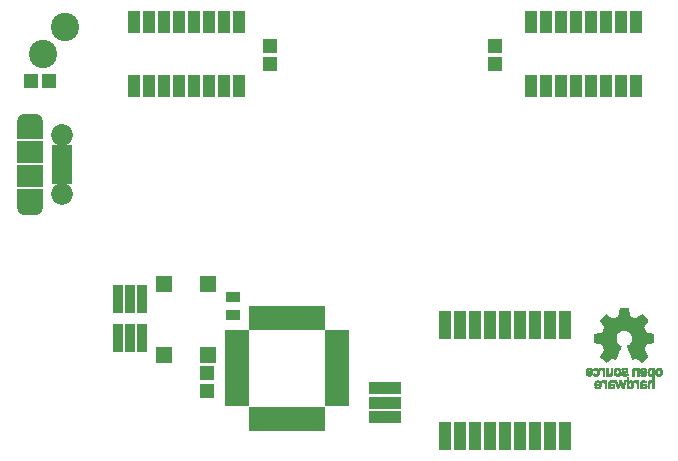
<source format=gbs>
G04 #@! TF.FileFunction,Soldermask,Bot*
%FSLAX46Y46*%
G04 Gerber Fmt 4.6, Leading zero omitted, Abs format (unit mm)*
G04 Created by KiCad (PCBNEW 4.0.7) date Tue Feb  6 08:28:50 2018*
%MOMM*%
%LPD*%
G01*
G04 APERTURE LIST*
%ADD10C,0.100000*%
%ADD11C,0.010000*%
%ADD12R,1.150000X1.200000*%
%ADD13R,1.300000X0.900000*%
%ADD14R,1.400760X1.400760*%
%ADD15R,2.000000X0.950000*%
%ADD16R,0.950000X2.000000*%
%ADD17R,1.000000X2.400000*%
%ADD18R,1.000000X1.900000*%
%ADD19R,1.200000X1.150000*%
%ADD20R,2.300000X1.900000*%
%ADD21C,1.850000*%
%ADD22R,1.750000X0.800000*%
%ADD23O,2.300000X1.600000*%
%ADD24R,2.300000X1.600000*%
%ADD25R,0.900000X2.400000*%
%ADD26C,2.400000*%
%ADD27R,2.800000X1.100000*%
G04 APERTURE END LIST*
D10*
D11*
G36*
X136735308Y-94867786D02*
X136685698Y-94889843D01*
X136643168Y-94922480D01*
X136610448Y-94964899D01*
X136593120Y-95005515D01*
X136589511Y-95025039D01*
X136585857Y-95057442D01*
X136582526Y-95098678D01*
X136579881Y-95144697D01*
X136579275Y-95158867D01*
X136578035Y-95247235D01*
X136581950Y-95320458D01*
X136591145Y-95379560D01*
X136605750Y-95425565D01*
X136614675Y-95443221D01*
X136649532Y-95486975D01*
X136694285Y-95519281D01*
X136745879Y-95539601D01*
X136801258Y-95547396D01*
X136857368Y-95542128D01*
X136911154Y-95523257D01*
X136945871Y-95501601D01*
X136964208Y-95488429D01*
X136976453Y-95481123D01*
X136978202Y-95480600D01*
X136979404Y-95488722D01*
X136980496Y-95511707D01*
X136981439Y-95547486D01*
X136982193Y-95593989D01*
X136982719Y-95649146D01*
X136982979Y-95710887D01*
X136983000Y-95734544D01*
X136983000Y-95988488D01*
X136944707Y-95959258D01*
X136916994Y-95941290D01*
X136888468Y-95927649D01*
X136874857Y-95923431D01*
X136832372Y-95918268D01*
X136786601Y-95918620D01*
X136744625Y-95924115D01*
X136719352Y-95931612D01*
X136678887Y-95955572D01*
X136640203Y-95990459D01*
X136609042Y-96030740D01*
X136600378Y-96046288D01*
X136594865Y-96058056D01*
X136590471Y-96069858D01*
X136587045Y-96083738D01*
X136584434Y-96101739D01*
X136582487Y-96125907D01*
X136581052Y-96158285D01*
X136579977Y-96200917D01*
X136579110Y-96255847D01*
X136578298Y-96325120D01*
X136578071Y-96346317D01*
X136575309Y-96606667D01*
X136720533Y-96606667D01*
X136720533Y-96393866D01*
X136720984Y-96314148D01*
X136722318Y-96248765D01*
X136724507Y-96198397D01*
X136727524Y-96163727D01*
X136730462Y-96147926D01*
X136748773Y-96112642D01*
X136778346Y-96082865D01*
X136813891Y-96063413D01*
X136827223Y-96059848D01*
X136862444Y-96060328D01*
X136900450Y-96071702D01*
X136934083Y-96091172D01*
X136951348Y-96108334D01*
X136960394Y-96122764D01*
X136967545Y-96140381D01*
X136973015Y-96163220D01*
X136977019Y-96193318D01*
X136979771Y-96232709D01*
X136981485Y-96283430D01*
X136982375Y-96347516D01*
X136982631Y-96405583D01*
X136983000Y-96606667D01*
X137049322Y-96606667D01*
X137081357Y-96605992D01*
X137106504Y-96604202D01*
X137120243Y-96601654D01*
X137121289Y-96601022D01*
X137122069Y-96591951D01*
X137122816Y-96567077D01*
X137123525Y-96527530D01*
X137124186Y-96474440D01*
X137124795Y-96408939D01*
X137125341Y-96332155D01*
X137125820Y-96245220D01*
X137126223Y-96149263D01*
X137126542Y-96045416D01*
X137126772Y-95934807D01*
X137126903Y-95818568D01*
X137126933Y-95728956D01*
X137126933Y-95205820D01*
X136970300Y-95205820D01*
X136969986Y-95255071D01*
X136968823Y-95290508D01*
X136966474Y-95315243D01*
X136962608Y-95332386D01*
X136956888Y-95345049D01*
X136955023Y-95348041D01*
X136925437Y-95378796D01*
X136887180Y-95397952D01*
X136844780Y-95404485D01*
X136802761Y-95397375D01*
X136781407Y-95387250D01*
X136760058Y-95370912D01*
X136744596Y-95350044D01*
X136734196Y-95321928D01*
X136728033Y-95283848D01*
X136725282Y-95233086D01*
X136724926Y-95201200D01*
X136725238Y-95154673D01*
X136726653Y-95121256D01*
X136729645Y-95097138D01*
X136734688Y-95078507D01*
X136742254Y-95061553D01*
X136742281Y-95061500D01*
X136768096Y-95028544D01*
X136803135Y-95007019D01*
X136843237Y-94997981D01*
X136884243Y-95002486D01*
X136916131Y-95017366D01*
X136935912Y-95032466D01*
X136950269Y-95049056D01*
X136960043Y-95070055D01*
X136966073Y-95098385D01*
X136969198Y-95136967D01*
X136970259Y-95188721D01*
X136970300Y-95205820D01*
X137126933Y-95205820D01*
X137126933Y-94862534D01*
X136984022Y-94862534D01*
X136981395Y-94892592D01*
X136978767Y-94922650D01*
X136949936Y-94901302D01*
X136899312Y-94873066D01*
X136844846Y-94858600D01*
X136789268Y-94857105D01*
X136735308Y-94867786D01*
X136735308Y-94867786D01*
G37*
X136735308Y-94867786D02*
X136685698Y-94889843D01*
X136643168Y-94922480D01*
X136610448Y-94964899D01*
X136593120Y-95005515D01*
X136589511Y-95025039D01*
X136585857Y-95057442D01*
X136582526Y-95098678D01*
X136579881Y-95144697D01*
X136579275Y-95158867D01*
X136578035Y-95247235D01*
X136581950Y-95320458D01*
X136591145Y-95379560D01*
X136605750Y-95425565D01*
X136614675Y-95443221D01*
X136649532Y-95486975D01*
X136694285Y-95519281D01*
X136745879Y-95539601D01*
X136801258Y-95547396D01*
X136857368Y-95542128D01*
X136911154Y-95523257D01*
X136945871Y-95501601D01*
X136964208Y-95488429D01*
X136976453Y-95481123D01*
X136978202Y-95480600D01*
X136979404Y-95488722D01*
X136980496Y-95511707D01*
X136981439Y-95547486D01*
X136982193Y-95593989D01*
X136982719Y-95649146D01*
X136982979Y-95710887D01*
X136983000Y-95734544D01*
X136983000Y-95988488D01*
X136944707Y-95959258D01*
X136916994Y-95941290D01*
X136888468Y-95927649D01*
X136874857Y-95923431D01*
X136832372Y-95918268D01*
X136786601Y-95918620D01*
X136744625Y-95924115D01*
X136719352Y-95931612D01*
X136678887Y-95955572D01*
X136640203Y-95990459D01*
X136609042Y-96030740D01*
X136600378Y-96046288D01*
X136594865Y-96058056D01*
X136590471Y-96069858D01*
X136587045Y-96083738D01*
X136584434Y-96101739D01*
X136582487Y-96125907D01*
X136581052Y-96158285D01*
X136579977Y-96200917D01*
X136579110Y-96255847D01*
X136578298Y-96325120D01*
X136578071Y-96346317D01*
X136575309Y-96606667D01*
X136720533Y-96606667D01*
X136720533Y-96393866D01*
X136720984Y-96314148D01*
X136722318Y-96248765D01*
X136724507Y-96198397D01*
X136727524Y-96163727D01*
X136730462Y-96147926D01*
X136748773Y-96112642D01*
X136778346Y-96082865D01*
X136813891Y-96063413D01*
X136827223Y-96059848D01*
X136862444Y-96060328D01*
X136900450Y-96071702D01*
X136934083Y-96091172D01*
X136951348Y-96108334D01*
X136960394Y-96122764D01*
X136967545Y-96140381D01*
X136973015Y-96163220D01*
X136977019Y-96193318D01*
X136979771Y-96232709D01*
X136981485Y-96283430D01*
X136982375Y-96347516D01*
X136982631Y-96405583D01*
X136983000Y-96606667D01*
X137049322Y-96606667D01*
X137081357Y-96605992D01*
X137106504Y-96604202D01*
X137120243Y-96601654D01*
X137121289Y-96601022D01*
X137122069Y-96591951D01*
X137122816Y-96567077D01*
X137123525Y-96527530D01*
X137124186Y-96474440D01*
X137124795Y-96408939D01*
X137125341Y-96332155D01*
X137125820Y-96245220D01*
X137126223Y-96149263D01*
X137126542Y-96045416D01*
X137126772Y-95934807D01*
X137126903Y-95818568D01*
X137126933Y-95728956D01*
X137126933Y-95205820D01*
X136970300Y-95205820D01*
X136969986Y-95255071D01*
X136968823Y-95290508D01*
X136966474Y-95315243D01*
X136962608Y-95332386D01*
X136956888Y-95345049D01*
X136955023Y-95348041D01*
X136925437Y-95378796D01*
X136887180Y-95397952D01*
X136844780Y-95404485D01*
X136802761Y-95397375D01*
X136781407Y-95387250D01*
X136760058Y-95370912D01*
X136744596Y-95350044D01*
X136734196Y-95321928D01*
X136728033Y-95283848D01*
X136725282Y-95233086D01*
X136724926Y-95201200D01*
X136725238Y-95154673D01*
X136726653Y-95121256D01*
X136729645Y-95097138D01*
X136734688Y-95078507D01*
X136742254Y-95061553D01*
X136742281Y-95061500D01*
X136768096Y-95028544D01*
X136803135Y-95007019D01*
X136843237Y-94997981D01*
X136884243Y-95002486D01*
X136916131Y-95017366D01*
X136935912Y-95032466D01*
X136950269Y-95049056D01*
X136960043Y-95070055D01*
X136966073Y-95098385D01*
X136969198Y-95136967D01*
X136970259Y-95188721D01*
X136970300Y-95205820D01*
X137126933Y-95205820D01*
X137126933Y-94862534D01*
X136984022Y-94862534D01*
X136981395Y-94892592D01*
X136978767Y-94922650D01*
X136949936Y-94901302D01*
X136899312Y-94873066D01*
X136844846Y-94858600D01*
X136789268Y-94857105D01*
X136735308Y-94867786D01*
G36*
X136165119Y-95919297D02*
X136129177Y-95922707D01*
X136099314Y-95929086D01*
X136075225Y-95937194D01*
X136026234Y-95963750D01*
X135986816Y-96000886D01*
X135959730Y-96045567D01*
X135950656Y-96074206D01*
X135948099Y-96094866D01*
X135945867Y-96130200D01*
X135944031Y-96177952D01*
X135942661Y-96235863D01*
X135941830Y-96301678D01*
X135941600Y-96361550D01*
X135941600Y-96606667D01*
X136085534Y-96606667D01*
X136085534Y-96555005D01*
X136116404Y-96578551D01*
X136131934Y-96589412D01*
X136147092Y-96596446D01*
X136166228Y-96600608D01*
X136193691Y-96602852D01*
X136232821Y-96604110D01*
X136271544Y-96604301D01*
X136305892Y-96603175D01*
X136331025Y-96600952D01*
X136339588Y-96599211D01*
X136392598Y-96574187D01*
X136435004Y-96538635D01*
X136466060Y-96495118D01*
X136485023Y-96446196D01*
X136491147Y-96394430D01*
X136490895Y-96392671D01*
X136352293Y-96392671D01*
X136346362Y-96422442D01*
X136327017Y-96447497D01*
X136311651Y-96457427D01*
X136287046Y-96464671D01*
X136251718Y-96469290D01*
X136211698Y-96471102D01*
X136173020Y-96469928D01*
X136141715Y-96465588D01*
X136132242Y-96462787D01*
X136110884Y-96446176D01*
X136095141Y-96416712D01*
X136086605Y-96377988D01*
X136085534Y-96357172D01*
X136085534Y-96318800D01*
X136180182Y-96318800D01*
X136235592Y-96319995D01*
X136276843Y-96324052D01*
X136306569Y-96331679D01*
X136327407Y-96343586D01*
X136341994Y-96360480D01*
X136343316Y-96362650D01*
X136352293Y-96392671D01*
X136490895Y-96392671D01*
X136483688Y-96342380D01*
X136461899Y-96292607D01*
X136438026Y-96260826D01*
X136417844Y-96241109D01*
X136396226Y-96226426D01*
X136370236Y-96215986D01*
X136336934Y-96208997D01*
X136293383Y-96204666D01*
X136236643Y-96202202D01*
X136218883Y-96201759D01*
X136085534Y-96198779D01*
X136085534Y-96153428D01*
X136089972Y-96113653D01*
X136104642Y-96085651D01*
X136131570Y-96067093D01*
X136170200Y-96056113D01*
X136227102Y-96051294D01*
X136277382Y-96058481D01*
X136318062Y-96077217D01*
X136320979Y-96079325D01*
X136348990Y-96100284D01*
X136380245Y-96078422D01*
X136406719Y-96059237D01*
X136432428Y-96039606D01*
X136436900Y-96036036D01*
X136462300Y-96015513D01*
X136426868Y-95981753D01*
X136392309Y-95954362D01*
X136353402Y-95935370D01*
X136306791Y-95923780D01*
X136249118Y-95918595D01*
X136212533Y-95918106D01*
X136165119Y-95919297D01*
X136165119Y-95919297D01*
G37*
X136165119Y-95919297D02*
X136129177Y-95922707D01*
X136099314Y-95929086D01*
X136075225Y-95937194D01*
X136026234Y-95963750D01*
X135986816Y-96000886D01*
X135959730Y-96045567D01*
X135950656Y-96074206D01*
X135948099Y-96094866D01*
X135945867Y-96130200D01*
X135944031Y-96177952D01*
X135942661Y-96235863D01*
X135941830Y-96301678D01*
X135941600Y-96361550D01*
X135941600Y-96606667D01*
X136085534Y-96606667D01*
X136085534Y-96555005D01*
X136116404Y-96578551D01*
X136131934Y-96589412D01*
X136147092Y-96596446D01*
X136166228Y-96600608D01*
X136193691Y-96602852D01*
X136232821Y-96604110D01*
X136271544Y-96604301D01*
X136305892Y-96603175D01*
X136331025Y-96600952D01*
X136339588Y-96599211D01*
X136392598Y-96574187D01*
X136435004Y-96538635D01*
X136466060Y-96495118D01*
X136485023Y-96446196D01*
X136491147Y-96394430D01*
X136490895Y-96392671D01*
X136352293Y-96392671D01*
X136346362Y-96422442D01*
X136327017Y-96447497D01*
X136311651Y-96457427D01*
X136287046Y-96464671D01*
X136251718Y-96469290D01*
X136211698Y-96471102D01*
X136173020Y-96469928D01*
X136141715Y-96465588D01*
X136132242Y-96462787D01*
X136110884Y-96446176D01*
X136095141Y-96416712D01*
X136086605Y-96377988D01*
X136085534Y-96357172D01*
X136085534Y-96318800D01*
X136180182Y-96318800D01*
X136235592Y-96319995D01*
X136276843Y-96324052D01*
X136306569Y-96331679D01*
X136327407Y-96343586D01*
X136341994Y-96360480D01*
X136343316Y-96362650D01*
X136352293Y-96392671D01*
X136490895Y-96392671D01*
X136483688Y-96342380D01*
X136461899Y-96292607D01*
X136438026Y-96260826D01*
X136417844Y-96241109D01*
X136396226Y-96226426D01*
X136370236Y-96215986D01*
X136336934Y-96208997D01*
X136293383Y-96204666D01*
X136236643Y-96202202D01*
X136218883Y-96201759D01*
X136085534Y-96198779D01*
X136085534Y-96153428D01*
X136089972Y-96113653D01*
X136104642Y-96085651D01*
X136131570Y-96067093D01*
X136170200Y-96056113D01*
X136227102Y-96051294D01*
X136277382Y-96058481D01*
X136318062Y-96077217D01*
X136320979Y-96079325D01*
X136348990Y-96100284D01*
X136380245Y-96078422D01*
X136406719Y-96059237D01*
X136432428Y-96039606D01*
X136436900Y-96036036D01*
X136462300Y-96015513D01*
X136426868Y-95981753D01*
X136392309Y-95954362D01*
X136353402Y-95935370D01*
X136306791Y-95923780D01*
X136249118Y-95918595D01*
X136212533Y-95918106D01*
X136165119Y-95919297D01*
G36*
X135460322Y-95918119D02*
X135403418Y-95932614D01*
X135384917Y-95940944D01*
X135361176Y-95953715D01*
X135345048Y-95963790D01*
X135340467Y-95968186D01*
X135345478Y-95976527D01*
X135358530Y-95993891D01*
X135376652Y-96016672D01*
X135396871Y-96041269D01*
X135416217Y-96064076D01*
X135431719Y-96081492D01*
X135440403Y-96089912D01*
X135441082Y-96090200D01*
X135450465Y-96086823D01*
X135469669Y-96078241D01*
X135481710Y-96072520D01*
X135525027Y-96059932D01*
X135566921Y-96063327D01*
X135604711Y-96081804D01*
X135635716Y-96114458D01*
X135643319Y-96126931D01*
X135647828Y-96137081D01*
X135651399Y-96150551D01*
X135654176Y-96169421D01*
X135656299Y-96195773D01*
X135657914Y-96231687D01*
X135659162Y-96279245D01*
X135660186Y-96340529D01*
X135660698Y-96380183D01*
X135663429Y-96606667D01*
X135729137Y-96606667D01*
X135761019Y-96605985D01*
X135786001Y-96604181D01*
X135799538Y-96601614D01*
X135800489Y-96601022D01*
X135801725Y-96591589D01*
X135802867Y-96567060D01*
X135803886Y-96529269D01*
X135804751Y-96480054D01*
X135805431Y-96421251D01*
X135805897Y-96354696D01*
X135806119Y-96282226D01*
X135806134Y-96258122D01*
X135806134Y-95920867D01*
X135662200Y-95920867D01*
X135662200Y-95988488D01*
X135623907Y-95959258D01*
X135574493Y-95931742D01*
X135518656Y-95917928D01*
X135460322Y-95918119D01*
X135460322Y-95918119D01*
G37*
X135460322Y-95918119D02*
X135403418Y-95932614D01*
X135384917Y-95940944D01*
X135361176Y-95953715D01*
X135345048Y-95963790D01*
X135340467Y-95968186D01*
X135345478Y-95976527D01*
X135358530Y-95993891D01*
X135376652Y-96016672D01*
X135396871Y-96041269D01*
X135416217Y-96064076D01*
X135431719Y-96081492D01*
X135440403Y-96089912D01*
X135441082Y-96090200D01*
X135450465Y-96086823D01*
X135469669Y-96078241D01*
X135481710Y-96072520D01*
X135525027Y-96059932D01*
X135566921Y-96063327D01*
X135604711Y-96081804D01*
X135635716Y-96114458D01*
X135643319Y-96126931D01*
X135647828Y-96137081D01*
X135651399Y-96150551D01*
X135654176Y-96169421D01*
X135656299Y-96195773D01*
X135657914Y-96231687D01*
X135659162Y-96279245D01*
X135660186Y-96340529D01*
X135660698Y-96380183D01*
X135663429Y-96606667D01*
X135729137Y-96606667D01*
X135761019Y-96605985D01*
X135786001Y-96604181D01*
X135799538Y-96601614D01*
X135800489Y-96601022D01*
X135801725Y-96591589D01*
X135802867Y-96567060D01*
X135803886Y-96529269D01*
X135804751Y-96480054D01*
X135805431Y-96421251D01*
X135805897Y-96354696D01*
X135806119Y-96282226D01*
X135806134Y-96258122D01*
X135806134Y-95920867D01*
X135662200Y-95920867D01*
X135662200Y-95988488D01*
X135623907Y-95959258D01*
X135574493Y-95931742D01*
X135518656Y-95917928D01*
X135460322Y-95918119D01*
G36*
X134798600Y-96606667D02*
X134942533Y-96606667D01*
X134942533Y-96535982D01*
X134961583Y-96553865D01*
X135003132Y-96582114D01*
X135053958Y-96600046D01*
X135109513Y-96607119D01*
X135165248Y-96602789D01*
X135216611Y-96586515D01*
X135220284Y-96584736D01*
X135269641Y-96551410D01*
X135306680Y-96507451D01*
X135327300Y-96463002D01*
X135336554Y-96422817D01*
X135342766Y-96371797D01*
X135346031Y-96313649D01*
X135346268Y-96278397D01*
X135202177Y-96278397D01*
X135198486Y-96327715D01*
X135188424Y-96380671D01*
X135172734Y-96418911D01*
X135149842Y-96444163D01*
X135118174Y-96458153D01*
X135076155Y-96462606D01*
X135075463Y-96462609D01*
X135045441Y-96460077D01*
X135018451Y-96453573D01*
X135011104Y-96450466D01*
X134987529Y-96433595D01*
X134970476Y-96409181D01*
X134958389Y-96374090D01*
X134950003Y-96327372D01*
X134946146Y-96278782D01*
X134946720Y-96228508D01*
X134951277Y-96181065D01*
X134959366Y-96140967D01*
X134970537Y-96112730D01*
X134971541Y-96111134D01*
X134999405Y-96081440D01*
X135036125Y-96065150D01*
X135073767Y-96061172D01*
X135118991Y-96067203D01*
X135153897Y-96085908D01*
X135176066Y-96111246D01*
X135187872Y-96139092D01*
X135196466Y-96179198D01*
X135201388Y-96227116D01*
X135202177Y-96278397D01*
X135346268Y-96278397D01*
X135346445Y-96252076D01*
X135344103Y-96190785D01*
X135339101Y-96133481D01*
X135331536Y-96083870D01*
X135321502Y-96045657D01*
X135316202Y-96033158D01*
X135282896Y-95985643D01*
X135238358Y-95949976D01*
X135184419Y-95927230D01*
X135122909Y-95918476D01*
X135120333Y-95918433D01*
X135065101Y-95923931D01*
X135013182Y-95940525D01*
X134970015Y-95966325D01*
X134961689Y-95973556D01*
X134942533Y-95991552D01*
X134942533Y-95649934D01*
X134798600Y-95649934D01*
X134798600Y-96606667D01*
X134798600Y-96606667D01*
G37*
X134798600Y-96606667D02*
X134942533Y-96606667D01*
X134942533Y-96535982D01*
X134961583Y-96553865D01*
X135003132Y-96582114D01*
X135053958Y-96600046D01*
X135109513Y-96607119D01*
X135165248Y-96602789D01*
X135216611Y-96586515D01*
X135220284Y-96584736D01*
X135269641Y-96551410D01*
X135306680Y-96507451D01*
X135327300Y-96463002D01*
X135336554Y-96422817D01*
X135342766Y-96371797D01*
X135346031Y-96313649D01*
X135346268Y-96278397D01*
X135202177Y-96278397D01*
X135198486Y-96327715D01*
X135188424Y-96380671D01*
X135172734Y-96418911D01*
X135149842Y-96444163D01*
X135118174Y-96458153D01*
X135076155Y-96462606D01*
X135075463Y-96462609D01*
X135045441Y-96460077D01*
X135018451Y-96453573D01*
X135011104Y-96450466D01*
X134987529Y-96433595D01*
X134970476Y-96409181D01*
X134958389Y-96374090D01*
X134950003Y-96327372D01*
X134946146Y-96278782D01*
X134946720Y-96228508D01*
X134951277Y-96181065D01*
X134959366Y-96140967D01*
X134970537Y-96112730D01*
X134971541Y-96111134D01*
X134999405Y-96081440D01*
X135036125Y-96065150D01*
X135073767Y-96061172D01*
X135118991Y-96067203D01*
X135153897Y-96085908D01*
X135176066Y-96111246D01*
X135187872Y-96139092D01*
X135196466Y-96179198D01*
X135201388Y-96227116D01*
X135202177Y-96278397D01*
X135346268Y-96278397D01*
X135346445Y-96252076D01*
X135344103Y-96190785D01*
X135339101Y-96133481D01*
X135331536Y-96083870D01*
X135321502Y-96045657D01*
X135316202Y-96033158D01*
X135282896Y-95985643D01*
X135238358Y-95949976D01*
X135184419Y-95927230D01*
X135122909Y-95918476D01*
X135120333Y-95918433D01*
X135065101Y-95923931D01*
X135013182Y-95940525D01*
X134970015Y-95966325D01*
X134961689Y-95973556D01*
X134942533Y-95991552D01*
X134942533Y-95649934D01*
X134798600Y-95649934D01*
X134798600Y-96606667D01*
G36*
X134575662Y-95963662D02*
X134569711Y-95984562D01*
X134560193Y-96018697D01*
X134547969Y-96062959D01*
X134533894Y-96114237D01*
X134518827Y-96169422D01*
X134513764Y-96188029D01*
X134499284Y-96240559D01*
X134486058Y-96287127D01*
X134474781Y-96325408D01*
X134466144Y-96353077D01*
X134460840Y-96367808D01*
X134459691Y-96369600D01*
X134455962Y-96361876D01*
X134447804Y-96340074D01*
X134435924Y-96306254D01*
X134421032Y-96262471D01*
X134403837Y-96210785D01*
X134385047Y-96153254D01*
X134383137Y-96147350D01*
X134311305Y-95925100D01*
X134203329Y-95925100D01*
X134130823Y-96151473D01*
X134111950Y-96209443D01*
X134094510Y-96261195D01*
X134079198Y-96304809D01*
X134066712Y-96338365D01*
X134057745Y-96359941D01*
X134052993Y-96367617D01*
X134052639Y-96367373D01*
X134048970Y-96356636D01*
X134041586Y-96331835D01*
X134031135Y-96295267D01*
X134018266Y-96249231D01*
X134003630Y-96196024D01*
X133989841Y-96145234D01*
X133974204Y-96087867D01*
X133959740Y-96035887D01*
X133947096Y-95991541D01*
X133936921Y-95957074D01*
X133929866Y-95934731D01*
X133926738Y-95926868D01*
X133916067Y-95924091D01*
X133892805Y-95922493D01*
X133861268Y-95922308D01*
X133848657Y-95922634D01*
X133776560Y-95925100D01*
X133884573Y-96263767D01*
X133992586Y-96602433D01*
X134118816Y-96607335D01*
X134184618Y-96384751D01*
X134202071Y-96326134D01*
X134218168Y-96272871D01*
X134232239Y-96227116D01*
X134243613Y-96191021D01*
X134251621Y-96166740D01*
X134255594Y-96156426D01*
X134255694Y-96156293D01*
X134259354Y-96162523D01*
X134267082Y-96183030D01*
X134278224Y-96215828D01*
X134292129Y-96258932D01*
X134308143Y-96310356D01*
X134325614Y-96368115D01*
X134328700Y-96378483D01*
X134396434Y-96606546D01*
X134457317Y-96606606D01*
X134487640Y-96605816D01*
X134510630Y-96603677D01*
X134521708Y-96600635D01*
X134521973Y-96600317D01*
X134525282Y-96591115D01*
X134533142Y-96567515D01*
X134544990Y-96531263D01*
X134560260Y-96484103D01*
X134578389Y-96427779D01*
X134598813Y-96364038D01*
X134620968Y-96294623D01*
X134629443Y-96268000D01*
X134652127Y-96196742D01*
X134673293Y-96130343D01*
X134692375Y-96070577D01*
X134708804Y-96019217D01*
X134722012Y-95978039D01*
X134731432Y-95948815D01*
X134736497Y-95933321D01*
X134737142Y-95931450D01*
X134734774Y-95926173D01*
X134721427Y-95922864D01*
X134694957Y-95921210D01*
X134664676Y-95920867D01*
X134588207Y-95920867D01*
X134575662Y-95963662D01*
X134575662Y-95963662D01*
G37*
X134575662Y-95963662D02*
X134569711Y-95984562D01*
X134560193Y-96018697D01*
X134547969Y-96062959D01*
X134533894Y-96114237D01*
X134518827Y-96169422D01*
X134513764Y-96188029D01*
X134499284Y-96240559D01*
X134486058Y-96287127D01*
X134474781Y-96325408D01*
X134466144Y-96353077D01*
X134460840Y-96367808D01*
X134459691Y-96369600D01*
X134455962Y-96361876D01*
X134447804Y-96340074D01*
X134435924Y-96306254D01*
X134421032Y-96262471D01*
X134403837Y-96210785D01*
X134385047Y-96153254D01*
X134383137Y-96147350D01*
X134311305Y-95925100D01*
X134203329Y-95925100D01*
X134130823Y-96151473D01*
X134111950Y-96209443D01*
X134094510Y-96261195D01*
X134079198Y-96304809D01*
X134066712Y-96338365D01*
X134057745Y-96359941D01*
X134052993Y-96367617D01*
X134052639Y-96367373D01*
X134048970Y-96356636D01*
X134041586Y-96331835D01*
X134031135Y-96295267D01*
X134018266Y-96249231D01*
X134003630Y-96196024D01*
X133989841Y-96145234D01*
X133974204Y-96087867D01*
X133959740Y-96035887D01*
X133947096Y-95991541D01*
X133936921Y-95957074D01*
X133929866Y-95934731D01*
X133926738Y-95926868D01*
X133916067Y-95924091D01*
X133892805Y-95922493D01*
X133861268Y-95922308D01*
X133848657Y-95922634D01*
X133776560Y-95925100D01*
X133884573Y-96263767D01*
X133992586Y-96602433D01*
X134118816Y-96607335D01*
X134184618Y-96384751D01*
X134202071Y-96326134D01*
X134218168Y-96272871D01*
X134232239Y-96227116D01*
X134243613Y-96191021D01*
X134251621Y-96166740D01*
X134255594Y-96156426D01*
X134255694Y-96156293D01*
X134259354Y-96162523D01*
X134267082Y-96183030D01*
X134278224Y-96215828D01*
X134292129Y-96258932D01*
X134308143Y-96310356D01*
X134325614Y-96368115D01*
X134328700Y-96378483D01*
X134396434Y-96606546D01*
X134457317Y-96606606D01*
X134487640Y-96605816D01*
X134510630Y-96603677D01*
X134521708Y-96600635D01*
X134521973Y-96600317D01*
X134525282Y-96591115D01*
X134533142Y-96567515D01*
X134544990Y-96531263D01*
X134560260Y-96484103D01*
X134578389Y-96427779D01*
X134598813Y-96364038D01*
X134620968Y-96294623D01*
X134629443Y-96268000D01*
X134652127Y-96196742D01*
X134673293Y-96130343D01*
X134692375Y-96070577D01*
X134708804Y-96019217D01*
X134722012Y-95978039D01*
X134731432Y-95948815D01*
X134736497Y-95933321D01*
X134737142Y-95931450D01*
X134734774Y-95926173D01*
X134721427Y-95922864D01*
X134694957Y-95921210D01*
X134664676Y-95920867D01*
X134588207Y-95920867D01*
X134575662Y-95963662D01*
G36*
X133422265Y-95922260D02*
X133376875Y-95931327D01*
X133375973Y-95931595D01*
X133327230Y-95953108D01*
X133284950Y-95984929D01*
X133253404Y-96023500D01*
X133244184Y-96041323D01*
X133239760Y-96053270D01*
X133236193Y-96067558D01*
X133233358Y-96086172D01*
X133231135Y-96111096D01*
X133229398Y-96144315D01*
X133228026Y-96187813D01*
X133226894Y-96243574D01*
X133225881Y-96313584D01*
X133225528Y-96342083D01*
X133222348Y-96606667D01*
X133367733Y-96606667D01*
X133367991Y-96574917D01*
X133368850Y-96555659D01*
X133371763Y-96551289D01*
X133377328Y-96558787D01*
X133390405Y-96571801D01*
X133412396Y-96585838D01*
X133421521Y-96590351D01*
X133454787Y-96600017D01*
X133498518Y-96605304D01*
X133546806Y-96606148D01*
X133593741Y-96602487D01*
X133633414Y-96594259D01*
X133638314Y-96592648D01*
X133690359Y-96566261D01*
X133730796Y-96528710D01*
X133758631Y-96482026D01*
X133772872Y-96428239D01*
X133772600Y-96382079D01*
X133636517Y-96382079D01*
X133636073Y-96411298D01*
X133621632Y-96438470D01*
X133602456Y-96454498D01*
X133576311Y-96464141D01*
X133539484Y-96469998D01*
X133497823Y-96471947D01*
X133457180Y-96469867D01*
X133423402Y-96463638D01*
X133410041Y-96458487D01*
X133387940Y-96437772D01*
X133373650Y-96403475D01*
X133367871Y-96357378D01*
X133367781Y-96350550D01*
X133367733Y-96318800D01*
X133467217Y-96318813D01*
X133514952Y-96319438D01*
X133549406Y-96321575D01*
X133574193Y-96325639D01*
X133592930Y-96332045D01*
X133596243Y-96333630D01*
X133623171Y-96354846D01*
X133636517Y-96382079D01*
X133772600Y-96382079D01*
X133772525Y-96369377D01*
X133765158Y-96333385D01*
X133747122Y-96295012D01*
X133716777Y-96258397D01*
X133678444Y-96228497D01*
X133669102Y-96223171D01*
X133653923Y-96216023D01*
X133637343Y-96210833D01*
X133616188Y-96207198D01*
X133587282Y-96204715D01*
X133547450Y-96202982D01*
X133500121Y-96201742D01*
X133365808Y-96198745D01*
X133369452Y-96148377D01*
X133375299Y-96109994D01*
X133388289Y-96084288D01*
X133411550Y-96067783D01*
X133448212Y-96057004D01*
X133452465Y-96056159D01*
X133504872Y-96050878D01*
X133552227Y-96055362D01*
X133590602Y-96069039D01*
X133604258Y-96078343D01*
X133621441Y-96091616D01*
X133633015Y-96098428D01*
X133634182Y-96098667D01*
X133644119Y-96093737D01*
X133662433Y-96081082D01*
X133685088Y-96063906D01*
X133708045Y-96045413D01*
X133727267Y-96028807D01*
X133738717Y-96017291D01*
X133740267Y-96014491D01*
X133733347Y-96001697D01*
X133715292Y-95984396D01*
X133690156Y-95965560D01*
X133661997Y-95948159D01*
X133634870Y-95935168D01*
X133629236Y-95933127D01*
X133586240Y-95923416D01*
X133533227Y-95918343D01*
X133476475Y-95917945D01*
X133422265Y-95922260D01*
X133422265Y-95922260D01*
G37*
X133422265Y-95922260D02*
X133376875Y-95931327D01*
X133375973Y-95931595D01*
X133327230Y-95953108D01*
X133284950Y-95984929D01*
X133253404Y-96023500D01*
X133244184Y-96041323D01*
X133239760Y-96053270D01*
X133236193Y-96067558D01*
X133233358Y-96086172D01*
X133231135Y-96111096D01*
X133229398Y-96144315D01*
X133228026Y-96187813D01*
X133226894Y-96243574D01*
X133225881Y-96313584D01*
X133225528Y-96342083D01*
X133222348Y-96606667D01*
X133367733Y-96606667D01*
X133367991Y-96574917D01*
X133368850Y-96555659D01*
X133371763Y-96551289D01*
X133377328Y-96558787D01*
X133390405Y-96571801D01*
X133412396Y-96585838D01*
X133421521Y-96590351D01*
X133454787Y-96600017D01*
X133498518Y-96605304D01*
X133546806Y-96606148D01*
X133593741Y-96602487D01*
X133633414Y-96594259D01*
X133638314Y-96592648D01*
X133690359Y-96566261D01*
X133730796Y-96528710D01*
X133758631Y-96482026D01*
X133772872Y-96428239D01*
X133772600Y-96382079D01*
X133636517Y-96382079D01*
X133636073Y-96411298D01*
X133621632Y-96438470D01*
X133602456Y-96454498D01*
X133576311Y-96464141D01*
X133539484Y-96469998D01*
X133497823Y-96471947D01*
X133457180Y-96469867D01*
X133423402Y-96463638D01*
X133410041Y-96458487D01*
X133387940Y-96437772D01*
X133373650Y-96403475D01*
X133367871Y-96357378D01*
X133367781Y-96350550D01*
X133367733Y-96318800D01*
X133467217Y-96318813D01*
X133514952Y-96319438D01*
X133549406Y-96321575D01*
X133574193Y-96325639D01*
X133592930Y-96332045D01*
X133596243Y-96333630D01*
X133623171Y-96354846D01*
X133636517Y-96382079D01*
X133772600Y-96382079D01*
X133772525Y-96369377D01*
X133765158Y-96333385D01*
X133747122Y-96295012D01*
X133716777Y-96258397D01*
X133678444Y-96228497D01*
X133669102Y-96223171D01*
X133653923Y-96216023D01*
X133637343Y-96210833D01*
X133616188Y-96207198D01*
X133587282Y-96204715D01*
X133547450Y-96202982D01*
X133500121Y-96201742D01*
X133365808Y-96198745D01*
X133369452Y-96148377D01*
X133375299Y-96109994D01*
X133388289Y-96084288D01*
X133411550Y-96067783D01*
X133448212Y-96057004D01*
X133452465Y-96056159D01*
X133504872Y-96050878D01*
X133552227Y-96055362D01*
X133590602Y-96069039D01*
X133604258Y-96078343D01*
X133621441Y-96091616D01*
X133633015Y-96098428D01*
X133634182Y-96098667D01*
X133644119Y-96093737D01*
X133662433Y-96081082D01*
X133685088Y-96063906D01*
X133708045Y-96045413D01*
X133727267Y-96028807D01*
X133738717Y-96017291D01*
X133740267Y-96014491D01*
X133733347Y-96001697D01*
X133715292Y-95984396D01*
X133690156Y-95965560D01*
X133661997Y-95948159D01*
X133634870Y-95935168D01*
X133629236Y-95933127D01*
X133586240Y-95923416D01*
X133533227Y-95918343D01*
X133476475Y-95917945D01*
X133422265Y-95922260D01*
G36*
X132697798Y-95929035D02*
X132653473Y-95949270D01*
X132621073Y-95968824D01*
X132670013Y-96027396D01*
X132691962Y-96053699D01*
X132709471Y-96074747D01*
X132719934Y-96087404D01*
X132721670Y-96089554D01*
X132730060Y-96088161D01*
X132748602Y-96080693D01*
X132763203Y-96073756D01*
X132806963Y-96059677D01*
X132848131Y-96062291D01*
X132886417Y-96081518D01*
X132921531Y-96117276D01*
X132922710Y-96118841D01*
X132927905Y-96126633D01*
X132931993Y-96135856D01*
X132935135Y-96148571D01*
X132937495Y-96166840D01*
X132939234Y-96192727D01*
X132940513Y-96228293D01*
X132941495Y-96275600D01*
X132942343Y-96336710D01*
X132942781Y-96374435D01*
X132945395Y-96606667D01*
X133088333Y-96606667D01*
X133088333Y-95920867D01*
X132944400Y-95920867D01*
X132944400Y-95991768D01*
X132921117Y-95970052D01*
X132894115Y-95948110D01*
X132865889Y-95933608D01*
X132829648Y-95923360D01*
X132815565Y-95920519D01*
X132756463Y-95917373D01*
X132697798Y-95929035D01*
X132697798Y-95929035D01*
G37*
X132697798Y-95929035D02*
X132653473Y-95949270D01*
X132621073Y-95968824D01*
X132670013Y-96027396D01*
X132691962Y-96053699D01*
X132709471Y-96074747D01*
X132719934Y-96087404D01*
X132721670Y-96089554D01*
X132730060Y-96088161D01*
X132748602Y-96080693D01*
X132763203Y-96073756D01*
X132806963Y-96059677D01*
X132848131Y-96062291D01*
X132886417Y-96081518D01*
X132921531Y-96117276D01*
X132922710Y-96118841D01*
X132927905Y-96126633D01*
X132931993Y-96135856D01*
X132935135Y-96148571D01*
X132937495Y-96166840D01*
X132939234Y-96192727D01*
X132940513Y-96228293D01*
X132941495Y-96275600D01*
X132942343Y-96336710D01*
X132942781Y-96374435D01*
X132945395Y-96606667D01*
X133088333Y-96606667D01*
X133088333Y-95920867D01*
X132944400Y-95920867D01*
X132944400Y-95991768D01*
X132921117Y-95970052D01*
X132894115Y-95948110D01*
X132865889Y-95933608D01*
X132829648Y-95923360D01*
X132815565Y-95920519D01*
X132756463Y-95917373D01*
X132697798Y-95929035D01*
G36*
X132286030Y-95922862D02*
X132226203Y-95942627D01*
X132189356Y-95963156D01*
X132143065Y-96002196D01*
X132108798Y-96050573D01*
X132086048Y-96109446D01*
X132074307Y-96179971D01*
X132072333Y-96229991D01*
X132072333Y-96318800D01*
X132489085Y-96318800D01*
X132483198Y-96350550D01*
X132466810Y-96398423D01*
X132438203Y-96435038D01*
X132398641Y-96459382D01*
X132349390Y-96470439D01*
X132333021Y-96471014D01*
X132293126Y-96466572D01*
X132254424Y-96454995D01*
X132222828Y-96438429D01*
X132208880Y-96425975D01*
X132199560Y-96416509D01*
X132189880Y-96413073D01*
X132177247Y-96416837D01*
X132159068Y-96428972D01*
X132132747Y-96450646D01*
X132109669Y-96470736D01*
X132078810Y-96497830D01*
X132103008Y-96523087D01*
X132123294Y-96539935D01*
X132152537Y-96559157D01*
X132182085Y-96575389D01*
X132209699Y-96588190D01*
X132233332Y-96596338D01*
X132258620Y-96600993D01*
X132291198Y-96603317D01*
X132321865Y-96604189D01*
X132360456Y-96604276D01*
X132394666Y-96603073D01*
X132419632Y-96600812D01*
X132427933Y-96599116D01*
X132490277Y-96570317D01*
X132543715Y-96527705D01*
X132583625Y-96476958D01*
X132606201Y-96427471D01*
X132621034Y-96366879D01*
X132628057Y-96299171D01*
X132627202Y-96228337D01*
X132623672Y-96200267D01*
X132489085Y-96200267D01*
X132216267Y-96200267D01*
X132216267Y-96180894D01*
X132223484Y-96146682D01*
X132242625Y-96111755D01*
X132269925Y-96081768D01*
X132292467Y-96066438D01*
X132336181Y-96052408D01*
X132378848Y-96053799D01*
X132417789Y-96069177D01*
X132450324Y-96097109D01*
X132473774Y-96136160D01*
X132483198Y-96168517D01*
X132489085Y-96200267D01*
X132623672Y-96200267D01*
X132618401Y-96158367D01*
X132601587Y-96093249D01*
X132590612Y-96064800D01*
X132559498Y-96013466D01*
X132517010Y-95972312D01*
X132465784Y-95942008D01*
X132408455Y-95923220D01*
X132347659Y-95916615D01*
X132286030Y-95922862D01*
X132286030Y-95922862D01*
G37*
X132286030Y-95922862D02*
X132226203Y-95942627D01*
X132189356Y-95963156D01*
X132143065Y-96002196D01*
X132108798Y-96050573D01*
X132086048Y-96109446D01*
X132074307Y-96179971D01*
X132072333Y-96229991D01*
X132072333Y-96318800D01*
X132489085Y-96318800D01*
X132483198Y-96350550D01*
X132466810Y-96398423D01*
X132438203Y-96435038D01*
X132398641Y-96459382D01*
X132349390Y-96470439D01*
X132333021Y-96471014D01*
X132293126Y-96466572D01*
X132254424Y-96454995D01*
X132222828Y-96438429D01*
X132208880Y-96425975D01*
X132199560Y-96416509D01*
X132189880Y-96413073D01*
X132177247Y-96416837D01*
X132159068Y-96428972D01*
X132132747Y-96450646D01*
X132109669Y-96470736D01*
X132078810Y-96497830D01*
X132103008Y-96523087D01*
X132123294Y-96539935D01*
X132152537Y-96559157D01*
X132182085Y-96575389D01*
X132209699Y-96588190D01*
X132233332Y-96596338D01*
X132258620Y-96600993D01*
X132291198Y-96603317D01*
X132321865Y-96604189D01*
X132360456Y-96604276D01*
X132394666Y-96603073D01*
X132419632Y-96600812D01*
X132427933Y-96599116D01*
X132490277Y-96570317D01*
X132543715Y-96527705D01*
X132583625Y-96476958D01*
X132606201Y-96427471D01*
X132621034Y-96366879D01*
X132628057Y-96299171D01*
X132627202Y-96228337D01*
X132623672Y-96200267D01*
X132489085Y-96200267D01*
X132216267Y-96200267D01*
X132216267Y-96180894D01*
X132223484Y-96146682D01*
X132242625Y-96111755D01*
X132269925Y-96081768D01*
X132292467Y-96066438D01*
X132336181Y-96052408D01*
X132378848Y-96053799D01*
X132417789Y-96069177D01*
X132450324Y-96097109D01*
X132473774Y-96136160D01*
X132483198Y-96168517D01*
X132489085Y-96200267D01*
X132623672Y-96200267D01*
X132618401Y-96158367D01*
X132601587Y-96093249D01*
X132590612Y-96064800D01*
X132559498Y-96013466D01*
X132517010Y-95972312D01*
X132465784Y-95942008D01*
X132408455Y-95923220D01*
X132347659Y-95916615D01*
X132286030Y-95922862D01*
G36*
X137460256Y-94858911D02*
X137397087Y-94876213D01*
X137341809Y-94906632D01*
X137296201Y-94948950D01*
X137262042Y-95001952D01*
X137244162Y-95051194D01*
X137238550Y-95084474D01*
X137234897Y-95129576D01*
X137233202Y-95181502D01*
X137233465Y-95235255D01*
X137235687Y-95285837D01*
X137239867Y-95328250D01*
X137244162Y-95351207D01*
X137267607Y-95410814D01*
X137303781Y-95461119D01*
X137350591Y-95501009D01*
X137405944Y-95529370D01*
X137467747Y-95545089D01*
X137533907Y-95547052D01*
X137593019Y-95536802D01*
X137652998Y-95512101D01*
X137704846Y-95473295D01*
X137746669Y-95422023D01*
X137765272Y-95387897D01*
X137771827Y-95372185D01*
X137776561Y-95355709D01*
X137779765Y-95335444D01*
X137781727Y-95308360D01*
X137782736Y-95271431D01*
X137783082Y-95221629D01*
X137783099Y-95202263D01*
X137644416Y-95202263D01*
X137643952Y-95245925D01*
X137642121Y-95277133D01*
X137638265Y-95300349D01*
X137631723Y-95320038D01*
X137624858Y-95334780D01*
X137599254Y-95371742D01*
X137566263Y-95394029D01*
X137524223Y-95402546D01*
X137501232Y-95402079D01*
X137464295Y-95395565D01*
X137435894Y-95383304D01*
X137433499Y-95381623D01*
X137411372Y-95362583D01*
X137395685Y-95341587D01*
X137385414Y-95315379D01*
X137379534Y-95280705D01*
X137377020Y-95234309D01*
X137376700Y-95201200D01*
X137377197Y-95153082D01*
X137378938Y-95118482D01*
X137382297Y-95094011D01*
X137387652Y-95076276D01*
X137391389Y-95068518D01*
X137419887Y-95032633D01*
X137457436Y-95009542D01*
X137501005Y-95000173D01*
X137547564Y-95005454D01*
X137570494Y-95013645D01*
X137598330Y-95029595D01*
X137618613Y-95050870D01*
X137632332Y-95079996D01*
X137640478Y-95119503D01*
X137644042Y-95171917D01*
X137644416Y-95202263D01*
X137783099Y-95202263D01*
X137783100Y-95201200D01*
X137782919Y-95146410D01*
X137782181Y-95105512D01*
X137780591Y-95075468D01*
X137777856Y-95053240D01*
X137773683Y-95035789D01*
X137767778Y-95020076D01*
X137765004Y-95013897D01*
X137729511Y-94956078D01*
X137682751Y-94910478D01*
X137626032Y-94877974D01*
X137560661Y-94859442D01*
X137529539Y-94855943D01*
X137460256Y-94858911D01*
X137460256Y-94858911D01*
G37*
X137460256Y-94858911D02*
X137397087Y-94876213D01*
X137341809Y-94906632D01*
X137296201Y-94948950D01*
X137262042Y-95001952D01*
X137244162Y-95051194D01*
X137238550Y-95084474D01*
X137234897Y-95129576D01*
X137233202Y-95181502D01*
X137233465Y-95235255D01*
X137235687Y-95285837D01*
X137239867Y-95328250D01*
X137244162Y-95351207D01*
X137267607Y-95410814D01*
X137303781Y-95461119D01*
X137350591Y-95501009D01*
X137405944Y-95529370D01*
X137467747Y-95545089D01*
X137533907Y-95547052D01*
X137593019Y-95536802D01*
X137652998Y-95512101D01*
X137704846Y-95473295D01*
X137746669Y-95422023D01*
X137765272Y-95387897D01*
X137771827Y-95372185D01*
X137776561Y-95355709D01*
X137779765Y-95335444D01*
X137781727Y-95308360D01*
X137782736Y-95271431D01*
X137783082Y-95221629D01*
X137783099Y-95202263D01*
X137644416Y-95202263D01*
X137643952Y-95245925D01*
X137642121Y-95277133D01*
X137638265Y-95300349D01*
X137631723Y-95320038D01*
X137624858Y-95334780D01*
X137599254Y-95371742D01*
X137566263Y-95394029D01*
X137524223Y-95402546D01*
X137501232Y-95402079D01*
X137464295Y-95395565D01*
X137435894Y-95383304D01*
X137433499Y-95381623D01*
X137411372Y-95362583D01*
X137395685Y-95341587D01*
X137385414Y-95315379D01*
X137379534Y-95280705D01*
X137377020Y-95234309D01*
X137376700Y-95201200D01*
X137377197Y-95153082D01*
X137378938Y-95118482D01*
X137382297Y-95094011D01*
X137387652Y-95076276D01*
X137391389Y-95068518D01*
X137419887Y-95032633D01*
X137457436Y-95009542D01*
X137501005Y-95000173D01*
X137547564Y-95005454D01*
X137570494Y-95013645D01*
X137598330Y-95029595D01*
X137618613Y-95050870D01*
X137632332Y-95079996D01*
X137640478Y-95119503D01*
X137644042Y-95171917D01*
X137644416Y-95202263D01*
X137783099Y-95202263D01*
X137783100Y-95201200D01*
X137782919Y-95146410D01*
X137782181Y-95105512D01*
X137780591Y-95075468D01*
X137777856Y-95053240D01*
X137773683Y-95035789D01*
X137767778Y-95020076D01*
X137765004Y-95013897D01*
X137729511Y-94956078D01*
X137682751Y-94910478D01*
X137626032Y-94877974D01*
X137560661Y-94859442D01*
X137529539Y-94855943D01*
X137460256Y-94858911D01*
G36*
X136180728Y-94855937D02*
X136118677Y-94870600D01*
X136061525Y-94898778D01*
X136011852Y-94939411D01*
X135972237Y-94991439D01*
X135959910Y-95014934D01*
X135950008Y-95038656D01*
X135943267Y-95062344D01*
X135938889Y-95090613D01*
X135936076Y-95128077D01*
X135934657Y-95160984D01*
X135931046Y-95260467D01*
X136348000Y-95260467D01*
X136348000Y-95279840D01*
X136344221Y-95298808D01*
X136334657Y-95324519D01*
X136328950Y-95336619D01*
X136301444Y-95373671D01*
X136264553Y-95398509D01*
X136220936Y-95410822D01*
X136173253Y-95410296D01*
X136124163Y-95396621D01*
X136076327Y-95369483D01*
X136072601Y-95366697D01*
X136046057Y-95346451D01*
X135995945Y-95391516D01*
X135945834Y-95436582D01*
X135971153Y-95463296D01*
X135992392Y-95481242D01*
X136022189Y-95501072D01*
X136049241Y-95515989D01*
X136080054Y-95529753D01*
X136108145Y-95538152D01*
X136140400Y-95542748D01*
X136176322Y-95544835D01*
X136214629Y-95545236D01*
X136250491Y-95543757D01*
X136277563Y-95540708D01*
X136282659Y-95539627D01*
X136330954Y-95522507D01*
X136374899Y-95495262D01*
X136399919Y-95474349D01*
X136438962Y-95428810D01*
X136467079Y-95372237D01*
X136484545Y-95303820D01*
X136491636Y-95222748D01*
X136491833Y-95204130D01*
X136487105Y-95133467D01*
X136350216Y-95133467D01*
X136213641Y-95133467D01*
X136162582Y-95133332D01*
X136126052Y-95132750D01*
X136101651Y-95131454D01*
X136086977Y-95129179D01*
X136079627Y-95125658D01*
X136077199Y-95120624D01*
X136077067Y-95118327D01*
X136082353Y-95095685D01*
X136095840Y-95067000D01*
X136113973Y-95038416D01*
X136133196Y-95016077D01*
X136139071Y-95011196D01*
X136168446Y-94998221D01*
X136205763Y-94993002D01*
X136244154Y-94995537D01*
X136276749Y-95005824D01*
X136285473Y-95011223D01*
X136321397Y-95046265D01*
X136341593Y-95086385D01*
X136345096Y-95101915D01*
X136350216Y-95133467D01*
X136487105Y-95133467D01*
X136485954Y-95116280D01*
X136468545Y-95040823D01*
X136439607Y-94977764D01*
X136399142Y-94927105D01*
X136347152Y-94888850D01*
X136309213Y-94871393D01*
X136245099Y-94855848D01*
X136180728Y-94855937D01*
X136180728Y-94855937D01*
G37*
X136180728Y-94855937D02*
X136118677Y-94870600D01*
X136061525Y-94898778D01*
X136011852Y-94939411D01*
X135972237Y-94991439D01*
X135959910Y-95014934D01*
X135950008Y-95038656D01*
X135943267Y-95062344D01*
X135938889Y-95090613D01*
X135936076Y-95128077D01*
X135934657Y-95160984D01*
X135931046Y-95260467D01*
X136348000Y-95260467D01*
X136348000Y-95279840D01*
X136344221Y-95298808D01*
X136334657Y-95324519D01*
X136328950Y-95336619D01*
X136301444Y-95373671D01*
X136264553Y-95398509D01*
X136220936Y-95410822D01*
X136173253Y-95410296D01*
X136124163Y-95396621D01*
X136076327Y-95369483D01*
X136072601Y-95366697D01*
X136046057Y-95346451D01*
X135995945Y-95391516D01*
X135945834Y-95436582D01*
X135971153Y-95463296D01*
X135992392Y-95481242D01*
X136022189Y-95501072D01*
X136049241Y-95515989D01*
X136080054Y-95529753D01*
X136108145Y-95538152D01*
X136140400Y-95542748D01*
X136176322Y-95544835D01*
X136214629Y-95545236D01*
X136250491Y-95543757D01*
X136277563Y-95540708D01*
X136282659Y-95539627D01*
X136330954Y-95522507D01*
X136374899Y-95495262D01*
X136399919Y-95474349D01*
X136438962Y-95428810D01*
X136467079Y-95372237D01*
X136484545Y-95303820D01*
X136491636Y-95222748D01*
X136491833Y-95204130D01*
X136487105Y-95133467D01*
X136350216Y-95133467D01*
X136213641Y-95133467D01*
X136162582Y-95133332D01*
X136126052Y-95132750D01*
X136101651Y-95131454D01*
X136086977Y-95129179D01*
X136079627Y-95125658D01*
X136077199Y-95120624D01*
X136077067Y-95118327D01*
X136082353Y-95095685D01*
X136095840Y-95067000D01*
X136113973Y-95038416D01*
X136133196Y-95016077D01*
X136139071Y-95011196D01*
X136168446Y-94998221D01*
X136205763Y-94993002D01*
X136244154Y-94995537D01*
X136276749Y-95005824D01*
X136285473Y-95011223D01*
X136321397Y-95046265D01*
X136341593Y-95086385D01*
X136345096Y-95101915D01*
X136350216Y-95133467D01*
X136487105Y-95133467D01*
X136485954Y-95116280D01*
X136468545Y-95040823D01*
X136439607Y-94977764D01*
X136399142Y-94927105D01*
X136347152Y-94888850D01*
X136309213Y-94871393D01*
X136245099Y-94855848D01*
X136180728Y-94855937D01*
G36*
X134572083Y-94857684D02*
X134540680Y-94861635D01*
X134503076Y-94871533D01*
X134460422Y-94887102D01*
X134418876Y-94905710D01*
X134384596Y-94924729D01*
X134371926Y-94933714D01*
X134364892Y-94939861D01*
X134361917Y-94946114D01*
X134364314Y-94955024D01*
X134373393Y-94969142D01*
X134390468Y-94991015D01*
X134416849Y-95023196D01*
X134419802Y-95026778D01*
X134440031Y-95051323D01*
X134495134Y-95024196D01*
X134537909Y-95006616D01*
X134580767Y-94994825D01*
X134598148Y-94992124D01*
X134643892Y-94992011D01*
X134682444Y-95000763D01*
X134711671Y-95016958D01*
X134729439Y-95039177D01*
X134733614Y-95065997D01*
X134730181Y-95080041D01*
X134721995Y-95094387D01*
X134707802Y-95105489D01*
X134685127Y-95114176D01*
X134651490Y-95121282D01*
X134604414Y-95127639D01*
X134580783Y-95130209D01*
X134537722Y-95135538D01*
X134498213Y-95141979D01*
X134466787Y-95148698D01*
X134448639Y-95154534D01*
X134404088Y-95184382D01*
X134370764Y-95225103D01*
X134354142Y-95262967D01*
X134342942Y-95325294D01*
X134347543Y-95382080D01*
X134367525Y-95432399D01*
X134402471Y-95475324D01*
X134451962Y-95509929D01*
X134469643Y-95518576D01*
X134501940Y-95531448D01*
X134532765Y-95539287D01*
X134569019Y-95543498D01*
X134599295Y-95544972D01*
X134639003Y-95545254D01*
X134677152Y-95543748D01*
X134707073Y-95540765D01*
X134713456Y-95539628D01*
X134748569Y-95529010D01*
X134790910Y-95511511D01*
X134834427Y-95490087D01*
X134873064Y-95467691D01*
X134898351Y-95449412D01*
X134926135Y-95425566D01*
X134876160Y-95376113D01*
X134826185Y-95326659D01*
X134782677Y-95357916D01*
X134723344Y-95391613D01*
X134660564Y-95409238D01*
X134613105Y-95412460D01*
X134567286Y-95407188D01*
X134529794Y-95393304D01*
X134502764Y-95372436D01*
X134488330Y-95346214D01*
X134488365Y-95317275D01*
X134494547Y-95302035D01*
X134506052Y-95290394D01*
X134525378Y-95281423D01*
X134555022Y-95274194D01*
X134597483Y-95267778D01*
X134632635Y-95263660D01*
X134704827Y-95252796D01*
X134762103Y-95237087D01*
X134806050Y-95215480D01*
X134838255Y-95186923D01*
X134860304Y-95150363D01*
X134873784Y-95104750D01*
X134873996Y-95103636D01*
X134878135Y-95043131D01*
X134867210Y-94989248D01*
X134842144Y-94943027D01*
X134803860Y-94905508D01*
X134753279Y-94877730D01*
X134691326Y-94860734D01*
X134654667Y-94856484D01*
X134614305Y-94855632D01*
X134572083Y-94857684D01*
X134572083Y-94857684D01*
G37*
X134572083Y-94857684D02*
X134540680Y-94861635D01*
X134503076Y-94871533D01*
X134460422Y-94887102D01*
X134418876Y-94905710D01*
X134384596Y-94924729D01*
X134371926Y-94933714D01*
X134364892Y-94939861D01*
X134361917Y-94946114D01*
X134364314Y-94955024D01*
X134373393Y-94969142D01*
X134390468Y-94991015D01*
X134416849Y-95023196D01*
X134419802Y-95026778D01*
X134440031Y-95051323D01*
X134495134Y-95024196D01*
X134537909Y-95006616D01*
X134580767Y-94994825D01*
X134598148Y-94992124D01*
X134643892Y-94992011D01*
X134682444Y-95000763D01*
X134711671Y-95016958D01*
X134729439Y-95039177D01*
X134733614Y-95065997D01*
X134730181Y-95080041D01*
X134721995Y-95094387D01*
X134707802Y-95105489D01*
X134685127Y-95114176D01*
X134651490Y-95121282D01*
X134604414Y-95127639D01*
X134580783Y-95130209D01*
X134537722Y-95135538D01*
X134498213Y-95141979D01*
X134466787Y-95148698D01*
X134448639Y-95154534D01*
X134404088Y-95184382D01*
X134370764Y-95225103D01*
X134354142Y-95262967D01*
X134342942Y-95325294D01*
X134347543Y-95382080D01*
X134367525Y-95432399D01*
X134402471Y-95475324D01*
X134451962Y-95509929D01*
X134469643Y-95518576D01*
X134501940Y-95531448D01*
X134532765Y-95539287D01*
X134569019Y-95543498D01*
X134599295Y-95544972D01*
X134639003Y-95545254D01*
X134677152Y-95543748D01*
X134707073Y-95540765D01*
X134713456Y-95539628D01*
X134748569Y-95529010D01*
X134790910Y-95511511D01*
X134834427Y-95490087D01*
X134873064Y-95467691D01*
X134898351Y-95449412D01*
X134926135Y-95425566D01*
X134876160Y-95376113D01*
X134826185Y-95326659D01*
X134782677Y-95357916D01*
X134723344Y-95391613D01*
X134660564Y-95409238D01*
X134613105Y-95412460D01*
X134567286Y-95407188D01*
X134529794Y-95393304D01*
X134502764Y-95372436D01*
X134488330Y-95346214D01*
X134488365Y-95317275D01*
X134494547Y-95302035D01*
X134506052Y-95290394D01*
X134525378Y-95281423D01*
X134555022Y-95274194D01*
X134597483Y-95267778D01*
X134632635Y-95263660D01*
X134704827Y-95252796D01*
X134762103Y-95237087D01*
X134806050Y-95215480D01*
X134838255Y-95186923D01*
X134860304Y-95150363D01*
X134873784Y-95104750D01*
X134873996Y-95103636D01*
X134878135Y-95043131D01*
X134867210Y-94989248D01*
X134842144Y-94943027D01*
X134803860Y-94905508D01*
X134753279Y-94877730D01*
X134691326Y-94860734D01*
X134654667Y-94856484D01*
X134614305Y-94855632D01*
X134572083Y-94857684D01*
G36*
X133972662Y-94855943D02*
X133903903Y-94868059D01*
X133843221Y-94894532D01*
X133791924Y-94934486D01*
X133751320Y-94987044D01*
X133737196Y-95013897D01*
X133730552Y-95029748D01*
X133725752Y-95046176D01*
X133722503Y-95066221D01*
X133720511Y-95092921D01*
X133719481Y-95129314D01*
X133719122Y-95178440D01*
X133719100Y-95201200D01*
X133719281Y-95255991D01*
X133720020Y-95296888D01*
X133721610Y-95326932D01*
X133724344Y-95349160D01*
X133728517Y-95366611D01*
X133734422Y-95382324D01*
X133737196Y-95388503D01*
X133772583Y-95446651D01*
X133818623Y-95491777D01*
X133874614Y-95523417D01*
X133939854Y-95541113D01*
X133974758Y-95544543D01*
X134010261Y-95545218D01*
X134042363Y-95544079D01*
X134064670Y-95541374D01*
X134066234Y-95540996D01*
X134122703Y-95518996D01*
X134173335Y-95485602D01*
X134214379Y-95443825D01*
X134240073Y-95401430D01*
X134255486Y-95353813D01*
X134266037Y-95294871D01*
X134271543Y-95229555D01*
X134271709Y-95188704D01*
X134129557Y-95188704D01*
X134127891Y-95239506D01*
X134121838Y-95286982D01*
X134111499Y-95326312D01*
X134101492Y-95346823D01*
X134070609Y-95378897D01*
X134031418Y-95398008D01*
X133987381Y-95403366D01*
X133941960Y-95394181D01*
X133925560Y-95386970D01*
X133900233Y-95370436D01*
X133881896Y-95348807D01*
X133869608Y-95319453D01*
X133862430Y-95279741D01*
X133859420Y-95227041D01*
X133859172Y-95201200D01*
X133860644Y-95142640D01*
X133865737Y-95098192D01*
X133875465Y-95065236D01*
X133890842Y-95041152D01*
X133912881Y-95023322D01*
X133931786Y-95013610D01*
X133979631Y-95000233D01*
X134024880Y-95002415D01*
X134065157Y-95019468D01*
X134098087Y-95050702D01*
X134107254Y-95064543D01*
X134119336Y-95096402D01*
X134126738Y-95139396D01*
X134129557Y-95188704D01*
X134271709Y-95188704D01*
X134271815Y-95162815D01*
X134266670Y-95099600D01*
X134255922Y-95044861D01*
X134253724Y-95037393D01*
X134226921Y-94977765D01*
X134187757Y-94928732D01*
X134137857Y-94891345D01*
X134078844Y-94866651D01*
X134012342Y-94855698D01*
X133972662Y-94855943D01*
X133972662Y-94855943D01*
G37*
X133972662Y-94855943D02*
X133903903Y-94868059D01*
X133843221Y-94894532D01*
X133791924Y-94934486D01*
X133751320Y-94987044D01*
X133737196Y-95013897D01*
X133730552Y-95029748D01*
X133725752Y-95046176D01*
X133722503Y-95066221D01*
X133720511Y-95092921D01*
X133719481Y-95129314D01*
X133719122Y-95178440D01*
X133719100Y-95201200D01*
X133719281Y-95255991D01*
X133720020Y-95296888D01*
X133721610Y-95326932D01*
X133724344Y-95349160D01*
X133728517Y-95366611D01*
X133734422Y-95382324D01*
X133737196Y-95388503D01*
X133772583Y-95446651D01*
X133818623Y-95491777D01*
X133874614Y-95523417D01*
X133939854Y-95541113D01*
X133974758Y-95544543D01*
X134010261Y-95545218D01*
X134042363Y-95544079D01*
X134064670Y-95541374D01*
X134066234Y-95540996D01*
X134122703Y-95518996D01*
X134173335Y-95485602D01*
X134214379Y-95443825D01*
X134240073Y-95401430D01*
X134255486Y-95353813D01*
X134266037Y-95294871D01*
X134271543Y-95229555D01*
X134271709Y-95188704D01*
X134129557Y-95188704D01*
X134127891Y-95239506D01*
X134121838Y-95286982D01*
X134111499Y-95326312D01*
X134101492Y-95346823D01*
X134070609Y-95378897D01*
X134031418Y-95398008D01*
X133987381Y-95403366D01*
X133941960Y-95394181D01*
X133925560Y-95386970D01*
X133900233Y-95370436D01*
X133881896Y-95348807D01*
X133869608Y-95319453D01*
X133862430Y-95279741D01*
X133859420Y-95227041D01*
X133859172Y-95201200D01*
X133860644Y-95142640D01*
X133865737Y-95098192D01*
X133875465Y-95065236D01*
X133890842Y-95041152D01*
X133912881Y-95023322D01*
X133931786Y-95013610D01*
X133979631Y-95000233D01*
X134024880Y-95002415D01*
X134065157Y-95019468D01*
X134098087Y-95050702D01*
X134107254Y-95064543D01*
X134119336Y-95096402D01*
X134126738Y-95139396D01*
X134129557Y-95188704D01*
X134271709Y-95188704D01*
X134271815Y-95162815D01*
X134266670Y-95099600D01*
X134255922Y-95044861D01*
X134253724Y-95037393D01*
X134226921Y-94977765D01*
X134187757Y-94928732D01*
X134137857Y-94891345D01*
X134078844Y-94866651D01*
X134012342Y-94855698D01*
X133972662Y-94855943D01*
G36*
X133460867Y-95081335D02*
X133460811Y-95148071D01*
X133460529Y-95200133D01*
X133459851Y-95239780D01*
X133458606Y-95269274D01*
X133456624Y-95290872D01*
X133453734Y-95306835D01*
X133449766Y-95319421D01*
X133444548Y-95330892D01*
X133441606Y-95336560D01*
X133414462Y-95372253D01*
X133379882Y-95394767D01*
X133341060Y-95404098D01*
X133301192Y-95400247D01*
X133263474Y-95383213D01*
X133231101Y-95352993D01*
X133220025Y-95336638D01*
X133214724Y-95326583D01*
X133210569Y-95315161D01*
X133207383Y-95300196D01*
X133204990Y-95279511D01*
X133203216Y-95250929D01*
X133201884Y-95212273D01*
X133200819Y-95161366D01*
X133199844Y-95096031D01*
X133199694Y-95084784D01*
X133196755Y-94862534D01*
X133062933Y-94862534D01*
X133062933Y-95539867D01*
X133198400Y-95539867D01*
X133198400Y-95470814D01*
X133232203Y-95499748D01*
X133280966Y-95530900D01*
X133335412Y-95546916D01*
X133393259Y-95547603D01*
X133452225Y-95532768D01*
X133479177Y-95520637D01*
X133530371Y-95485645D01*
X133567946Y-95440626D01*
X133591756Y-95385769D01*
X133595602Y-95370255D01*
X133598291Y-95348919D01*
X133600617Y-95312976D01*
X133602504Y-95264747D01*
X133603875Y-95206556D01*
X133604651Y-95140725D01*
X133604800Y-95094950D01*
X133604800Y-94862534D01*
X133460867Y-94862534D01*
X133460867Y-95081335D01*
X133460867Y-95081335D01*
G37*
X133460867Y-95081335D02*
X133460811Y-95148071D01*
X133460529Y-95200133D01*
X133459851Y-95239780D01*
X133458606Y-95269274D01*
X133456624Y-95290872D01*
X133453734Y-95306835D01*
X133449766Y-95319421D01*
X133444548Y-95330892D01*
X133441606Y-95336560D01*
X133414462Y-95372253D01*
X133379882Y-95394767D01*
X133341060Y-95404098D01*
X133301192Y-95400247D01*
X133263474Y-95383213D01*
X133231101Y-95352993D01*
X133220025Y-95336638D01*
X133214724Y-95326583D01*
X133210569Y-95315161D01*
X133207383Y-95300196D01*
X133204990Y-95279511D01*
X133203216Y-95250929D01*
X133201884Y-95212273D01*
X133200819Y-95161366D01*
X133199844Y-95096031D01*
X133199694Y-95084784D01*
X133196755Y-94862534D01*
X133062933Y-94862534D01*
X133062933Y-95539867D01*
X133198400Y-95539867D01*
X133198400Y-95470814D01*
X133232203Y-95499748D01*
X133280966Y-95530900D01*
X133335412Y-95546916D01*
X133393259Y-95547603D01*
X133452225Y-95532768D01*
X133479177Y-95520637D01*
X133530371Y-95485645D01*
X133567946Y-95440626D01*
X133591756Y-95385769D01*
X133595602Y-95370255D01*
X133598291Y-95348919D01*
X133600617Y-95312976D01*
X133602504Y-95264747D01*
X133603875Y-95206556D01*
X133604651Y-95140725D01*
X133604800Y-95094950D01*
X133604800Y-94862534D01*
X133460867Y-94862534D01*
X133460867Y-95081335D01*
G36*
X132141525Y-94856383D02*
X132075279Y-94871697D01*
X132011560Y-94901261D01*
X131952642Y-94945035D01*
X131951683Y-94945913D01*
X131936504Y-94961328D01*
X131928685Y-94972142D01*
X131928400Y-94973346D01*
X131934367Y-94981350D01*
X131950197Y-94997187D01*
X131972790Y-95017799D01*
X131979150Y-95023357D01*
X132029901Y-95067323D01*
X132057467Y-95044078D01*
X132105030Y-95013650D01*
X132155541Y-94999310D01*
X132207285Y-95001329D01*
X132246738Y-95014133D01*
X132283746Y-95038176D01*
X132310273Y-95072605D01*
X132326923Y-95118699D01*
X132334298Y-95177739D01*
X132334800Y-95201200D01*
X132330467Y-95264975D01*
X132317066Y-95315365D01*
X132293994Y-95353650D01*
X132260649Y-95381111D01*
X132246738Y-95388267D01*
X132195213Y-95403010D01*
X132143591Y-95401198D01*
X132093629Y-95383108D01*
X132057617Y-95358448D01*
X132030200Y-95335330D01*
X131979300Y-95379601D01*
X131955467Y-95401097D01*
X131937608Y-95418663D01*
X131928818Y-95429210D01*
X131928400Y-95430410D01*
X131935107Y-95441360D01*
X131952778Y-95458028D01*
X131977741Y-95477617D01*
X132006322Y-95497331D01*
X132034848Y-95514375D01*
X132046618Y-95520395D01*
X132102331Y-95538957D01*
X132165400Y-95546619D01*
X132229997Y-95543109D01*
X132281012Y-95531381D01*
X132338746Y-95504137D01*
X132376730Y-95475122D01*
X132417997Y-95430622D01*
X132447874Y-95380502D01*
X132467126Y-95322470D01*
X132476517Y-95254241D01*
X132476885Y-95175167D01*
X132471290Y-95108830D01*
X132460002Y-95054990D01*
X132441528Y-95009741D01*
X132414374Y-94969176D01*
X132386340Y-94938406D01*
X132332707Y-94896330D01*
X132272512Y-94868660D01*
X132208027Y-94855358D01*
X132141525Y-94856383D01*
X132141525Y-94856383D01*
G37*
X132141525Y-94856383D02*
X132075279Y-94871697D01*
X132011560Y-94901261D01*
X131952642Y-94945035D01*
X131951683Y-94945913D01*
X131936504Y-94961328D01*
X131928685Y-94972142D01*
X131928400Y-94973346D01*
X131934367Y-94981350D01*
X131950197Y-94997187D01*
X131972790Y-95017799D01*
X131979150Y-95023357D01*
X132029901Y-95067323D01*
X132057467Y-95044078D01*
X132105030Y-95013650D01*
X132155541Y-94999310D01*
X132207285Y-95001329D01*
X132246738Y-95014133D01*
X132283746Y-95038176D01*
X132310273Y-95072605D01*
X132326923Y-95118699D01*
X132334298Y-95177739D01*
X132334800Y-95201200D01*
X132330467Y-95264975D01*
X132317066Y-95315365D01*
X132293994Y-95353650D01*
X132260649Y-95381111D01*
X132246738Y-95388267D01*
X132195213Y-95403010D01*
X132143591Y-95401198D01*
X132093629Y-95383108D01*
X132057617Y-95358448D01*
X132030200Y-95335330D01*
X131979300Y-95379601D01*
X131955467Y-95401097D01*
X131937608Y-95418663D01*
X131928818Y-95429210D01*
X131928400Y-95430410D01*
X131935107Y-95441360D01*
X131952778Y-95458028D01*
X131977741Y-95477617D01*
X132006322Y-95497331D01*
X132034848Y-95514375D01*
X132046618Y-95520395D01*
X132102331Y-95538957D01*
X132165400Y-95546619D01*
X132229997Y-95543109D01*
X132281012Y-95531381D01*
X132338746Y-95504137D01*
X132376730Y-95475122D01*
X132417997Y-95430622D01*
X132447874Y-95380502D01*
X132467126Y-95322470D01*
X132476517Y-95254241D01*
X132476885Y-95175167D01*
X132471290Y-95108830D01*
X132460002Y-95054990D01*
X132441528Y-95009741D01*
X132414374Y-94969176D01*
X132386340Y-94938406D01*
X132332707Y-94896330D01*
X132272512Y-94868660D01*
X132208027Y-94855358D01*
X132141525Y-94856383D01*
G36*
X131579706Y-94859026D02*
X131550878Y-94861900D01*
X131526812Y-94868118D01*
X131501439Y-94878837D01*
X131494785Y-94882059D01*
X131441869Y-94916899D01*
X131397571Y-94963722D01*
X131365570Y-95018479D01*
X131361416Y-95028822D01*
X131352840Y-95056320D01*
X131347522Y-95086466D01*
X131344850Y-95124197D01*
X131344200Y-95167651D01*
X131344200Y-95260467D01*
X131551633Y-95260467D01*
X131618220Y-95260439D01*
X131669597Y-95260695D01*
X131707483Y-95261744D01*
X131733602Y-95264094D01*
X131749673Y-95268254D01*
X131757419Y-95274733D01*
X131758559Y-95284039D01*
X131754816Y-95296681D01*
X131747911Y-95313168D01*
X131745918Y-95317889D01*
X131719655Y-95362087D01*
X131683529Y-95392526D01*
X131637518Y-95409220D01*
X131598200Y-95412737D01*
X131571326Y-95408525D01*
X131538579Y-95397745D01*
X131506329Y-95383105D01*
X131480947Y-95367309D01*
X131472364Y-95359282D01*
X131465070Y-95352844D01*
X131456132Y-95352077D01*
X131443065Y-95358323D01*
X131423382Y-95372925D01*
X131394599Y-95397226D01*
X131382300Y-95407935D01*
X131348433Y-95437538D01*
X131373833Y-95459362D01*
X131438617Y-95504898D01*
X131507829Y-95534533D01*
X131580197Y-95547991D01*
X131654445Y-95544999D01*
X131710587Y-95531798D01*
X131769782Y-95504667D01*
X131818027Y-95464643D01*
X131855278Y-95411785D01*
X131881493Y-95346154D01*
X131895588Y-95276416D01*
X131900397Y-95195948D01*
X131895452Y-95133467D01*
X131760412Y-95133467D01*
X131485918Y-95133467D01*
X131491038Y-95101915D01*
X131505137Y-95060235D01*
X131530385Y-95027715D01*
X131563620Y-95005073D01*
X131601675Y-94993023D01*
X131641386Y-94992282D01*
X131679589Y-95003565D01*
X131713119Y-95027588D01*
X131729415Y-95048007D01*
X131743652Y-95074655D01*
X131753657Y-95101475D01*
X131754732Y-95105950D01*
X131760412Y-95133467D01*
X131895452Y-95133467D01*
X131894323Y-95119207D01*
X131878015Y-95048893D01*
X131852123Y-94987710D01*
X131817295Y-94938357D01*
X131813326Y-94934156D01*
X131774387Y-94899406D01*
X131734632Y-94876430D01*
X131689398Y-94863406D01*
X131634021Y-94858511D01*
X131619367Y-94858343D01*
X131579706Y-94859026D01*
X131579706Y-94859026D01*
G37*
X131579706Y-94859026D02*
X131550878Y-94861900D01*
X131526812Y-94868118D01*
X131501439Y-94878837D01*
X131494785Y-94882059D01*
X131441869Y-94916899D01*
X131397571Y-94963722D01*
X131365570Y-95018479D01*
X131361416Y-95028822D01*
X131352840Y-95056320D01*
X131347522Y-95086466D01*
X131344850Y-95124197D01*
X131344200Y-95167651D01*
X131344200Y-95260467D01*
X131551633Y-95260467D01*
X131618220Y-95260439D01*
X131669597Y-95260695D01*
X131707483Y-95261744D01*
X131733602Y-95264094D01*
X131749673Y-95268254D01*
X131757419Y-95274733D01*
X131758559Y-95284039D01*
X131754816Y-95296681D01*
X131747911Y-95313168D01*
X131745918Y-95317889D01*
X131719655Y-95362087D01*
X131683529Y-95392526D01*
X131637518Y-95409220D01*
X131598200Y-95412737D01*
X131571326Y-95408525D01*
X131538579Y-95397745D01*
X131506329Y-95383105D01*
X131480947Y-95367309D01*
X131472364Y-95359282D01*
X131465070Y-95352844D01*
X131456132Y-95352077D01*
X131443065Y-95358323D01*
X131423382Y-95372925D01*
X131394599Y-95397226D01*
X131382300Y-95407935D01*
X131348433Y-95437538D01*
X131373833Y-95459362D01*
X131438617Y-95504898D01*
X131507829Y-95534533D01*
X131580197Y-95547991D01*
X131654445Y-95544999D01*
X131710587Y-95531798D01*
X131769782Y-95504667D01*
X131818027Y-95464643D01*
X131855278Y-95411785D01*
X131881493Y-95346154D01*
X131895588Y-95276416D01*
X131900397Y-95195948D01*
X131895452Y-95133467D01*
X131760412Y-95133467D01*
X131485918Y-95133467D01*
X131491038Y-95101915D01*
X131505137Y-95060235D01*
X131530385Y-95027715D01*
X131563620Y-95005073D01*
X131601675Y-94993023D01*
X131641386Y-94992282D01*
X131679589Y-95003565D01*
X131713119Y-95027588D01*
X131729415Y-95048007D01*
X131743652Y-95074655D01*
X131753657Y-95101475D01*
X131754732Y-95105950D01*
X131760412Y-95133467D01*
X131895452Y-95133467D01*
X131894323Y-95119207D01*
X131878015Y-95048893D01*
X131852123Y-94987710D01*
X131817295Y-94938357D01*
X131813326Y-94934156D01*
X131774387Y-94899406D01*
X131734632Y-94876430D01*
X131689398Y-94863406D01*
X131634021Y-94858511D01*
X131619367Y-94858343D01*
X131579706Y-94859026D01*
G36*
X135455016Y-94860339D02*
X135445526Y-94862750D01*
X135399221Y-94883131D01*
X135355500Y-94915599D01*
X135319914Y-94955570D01*
X135306600Y-94977533D01*
X135300647Y-94989590D01*
X135295909Y-95001102D01*
X135292227Y-95014118D01*
X135289439Y-95030687D01*
X135287384Y-95052855D01*
X135285901Y-95082671D01*
X135284829Y-95122184D01*
X135284007Y-95173441D01*
X135283275Y-95238491D01*
X135282865Y-95279517D01*
X135280297Y-95539867D01*
X135425133Y-95539867D01*
X135425133Y-95321527D01*
X135425194Y-95254797D01*
X135425489Y-95202722D01*
X135426188Y-95163025D01*
X135427460Y-95133427D01*
X135429474Y-95111653D01*
X135432400Y-95095422D01*
X135436408Y-95082459D01*
X135441666Y-95070485D01*
X135444183Y-95065411D01*
X135470195Y-95028941D01*
X135504324Y-95007222D01*
X135547218Y-94999903D01*
X135563348Y-95000582D01*
X135608180Y-95011315D01*
X135642588Y-95035224D01*
X135664304Y-95066335D01*
X135668858Y-95076998D01*
X135672387Y-95090378D01*
X135675016Y-95108621D01*
X135676874Y-95133875D01*
X135678085Y-95168288D01*
X135678777Y-95214005D01*
X135679076Y-95273175D01*
X135679120Y-95317617D01*
X135679133Y-95539867D01*
X135823067Y-95539867D01*
X135823067Y-94862534D01*
X135679133Y-94862534D01*
X135679133Y-94924752D01*
X135660083Y-94907333D01*
X135617756Y-94879156D01*
X135566177Y-94861248D01*
X135510284Y-94854633D01*
X135455016Y-94860339D01*
X135455016Y-94860339D01*
G37*
X135455016Y-94860339D02*
X135445526Y-94862750D01*
X135399221Y-94883131D01*
X135355500Y-94915599D01*
X135319914Y-94955570D01*
X135306600Y-94977533D01*
X135300647Y-94989590D01*
X135295909Y-95001102D01*
X135292227Y-95014118D01*
X135289439Y-95030687D01*
X135287384Y-95052855D01*
X135285901Y-95082671D01*
X135284829Y-95122184D01*
X135284007Y-95173441D01*
X135283275Y-95238491D01*
X135282865Y-95279517D01*
X135280297Y-95539867D01*
X135425133Y-95539867D01*
X135425133Y-95321527D01*
X135425194Y-95254797D01*
X135425489Y-95202722D01*
X135426188Y-95163025D01*
X135427460Y-95133427D01*
X135429474Y-95111653D01*
X135432400Y-95095422D01*
X135436408Y-95082459D01*
X135441666Y-95070485D01*
X135444183Y-95065411D01*
X135470195Y-95028941D01*
X135504324Y-95007222D01*
X135547218Y-94999903D01*
X135563348Y-95000582D01*
X135608180Y-95011315D01*
X135642588Y-95035224D01*
X135664304Y-95066335D01*
X135668858Y-95076998D01*
X135672387Y-95090378D01*
X135675016Y-95108621D01*
X135676874Y-95133875D01*
X135678085Y-95168288D01*
X135678777Y-95214005D01*
X135679076Y-95273175D01*
X135679120Y-95317617D01*
X135679133Y-95539867D01*
X135823067Y-95539867D01*
X135823067Y-94862534D01*
X135679133Y-94862534D01*
X135679133Y-94924752D01*
X135660083Y-94907333D01*
X135617756Y-94879156D01*
X135566177Y-94861248D01*
X135510284Y-94854633D01*
X135455016Y-94860339D01*
G36*
X132557242Y-94860572D02*
X132525939Y-94869638D01*
X132496815Y-94881094D01*
X132474227Y-94893151D01*
X132462533Y-94904022D01*
X132461800Y-94906796D01*
X132466857Y-94916961D01*
X132480368Y-94936536D01*
X132499842Y-94962007D01*
X132509144Y-94973550D01*
X132556488Y-95031418D01*
X132591069Y-95013776D01*
X132634340Y-95000145D01*
X132677153Y-95001781D01*
X132716118Y-95017632D01*
X132747848Y-95046644D01*
X132760237Y-95066335D01*
X132764791Y-95076998D01*
X132768320Y-95090378D01*
X132770950Y-95108621D01*
X132772807Y-95133875D01*
X132774018Y-95168288D01*
X132774710Y-95214005D01*
X132775010Y-95273175D01*
X132775054Y-95317617D01*
X132775067Y-95539867D01*
X132919000Y-95539867D01*
X132919000Y-94862534D01*
X132775067Y-94862534D01*
X132775067Y-94921906D01*
X132741605Y-94897667D01*
X132688610Y-94869463D01*
X132629246Y-94855943D01*
X132586367Y-94855682D01*
X132557242Y-94860572D01*
X132557242Y-94860572D01*
G37*
X132557242Y-94860572D02*
X132525939Y-94869638D01*
X132496815Y-94881094D01*
X132474227Y-94893151D01*
X132462533Y-94904022D01*
X132461800Y-94906796D01*
X132466857Y-94916961D01*
X132480368Y-94936536D01*
X132499842Y-94962007D01*
X132509144Y-94973550D01*
X132556488Y-95031418D01*
X132591069Y-95013776D01*
X132634340Y-95000145D01*
X132677153Y-95001781D01*
X132716118Y-95017632D01*
X132747848Y-95046644D01*
X132760237Y-95066335D01*
X132764791Y-95076998D01*
X132768320Y-95090378D01*
X132770950Y-95108621D01*
X132772807Y-95133875D01*
X132774018Y-95168288D01*
X132774710Y-95214005D01*
X132775010Y-95273175D01*
X132775054Y-95317617D01*
X132775067Y-95539867D01*
X132919000Y-95539867D01*
X132919000Y-94862534D01*
X132775067Y-94862534D01*
X132775067Y-94921906D01*
X132741605Y-94897667D01*
X132688610Y-94869463D01*
X132629246Y-94855943D01*
X132586367Y-94855682D01*
X132557242Y-94860572D01*
G36*
X134215978Y-89856617D02*
X134212422Y-89870123D01*
X134206259Y-89898255D01*
X134197893Y-89938978D01*
X134187728Y-89990254D01*
X134176167Y-90050047D01*
X134163616Y-90116319D01*
X134150907Y-90184700D01*
X134137736Y-90255033D01*
X134125035Y-90320605D01*
X134113223Y-90379426D01*
X134102717Y-90429503D01*
X134093934Y-90468845D01*
X134087292Y-90495460D01*
X134083263Y-90507277D01*
X134070767Y-90517006D01*
X134042300Y-90532289D01*
X133997882Y-90553116D01*
X133937537Y-90579475D01*
X133861284Y-90611358D01*
X133851865Y-90615227D01*
X133794184Y-90638684D01*
X133741163Y-90659869D01*
X133694946Y-90677956D01*
X133657677Y-90692116D01*
X133631501Y-90701525D01*
X133618561Y-90705355D01*
X133618005Y-90705400D01*
X133608120Y-90700744D01*
X133585922Y-90687470D01*
X133553005Y-90666618D01*
X133510963Y-90639231D01*
X133461393Y-90606350D01*
X133405887Y-90569014D01*
X133346042Y-90528267D01*
X133332722Y-90519133D01*
X133271449Y-90477384D01*
X133214181Y-90438975D01*
X133162517Y-90404935D01*
X133118058Y-90376291D01*
X133082402Y-90354071D01*
X133057150Y-90339305D01*
X133043900Y-90333018D01*
X133042924Y-90332867D01*
X133032956Y-90337584D01*
X133014207Y-90352039D01*
X132986191Y-90376682D01*
X132948419Y-90411969D01*
X132900404Y-90458351D01*
X132841660Y-90516281D01*
X132789347Y-90568501D01*
X132730088Y-90627965D01*
X132681772Y-90676689D01*
X132643339Y-90715876D01*
X132613729Y-90746731D01*
X132591881Y-90770459D01*
X132576736Y-90788263D01*
X132567234Y-90801347D01*
X132562315Y-90810916D01*
X132560919Y-90818175D01*
X132561986Y-90824326D01*
X132562614Y-90826098D01*
X132569199Y-90837931D01*
X132584288Y-90861991D01*
X132606752Y-90896576D01*
X132635466Y-90939981D01*
X132669303Y-90990506D01*
X132707137Y-91046448D01*
X132747841Y-91106103D01*
X132749215Y-91108109D01*
X132789597Y-91167340D01*
X132826775Y-91222484D01*
X132859686Y-91271921D01*
X132887271Y-91314029D01*
X132908467Y-91347186D01*
X132922213Y-91369772D01*
X132927447Y-91380164D01*
X132927467Y-91380379D01*
X132924083Y-91393446D01*
X132914647Y-91419414D01*
X132900238Y-91455825D01*
X132881930Y-91500219D01*
X132860801Y-91550139D01*
X132837927Y-91603124D01*
X132814385Y-91656717D01*
X132791251Y-91708458D01*
X132769602Y-91755888D01*
X132750513Y-91796549D01*
X132735063Y-91827982D01*
X132724327Y-91847729D01*
X132720554Y-91852982D01*
X132712290Y-91858383D01*
X132697881Y-91864166D01*
X132675770Y-91870692D01*
X132644404Y-91878317D01*
X132602226Y-91887401D01*
X132547682Y-91898300D01*
X132479215Y-91911372D01*
X132414700Y-91923391D01*
X132329535Y-91939166D01*
X132259510Y-91952245D01*
X132203106Y-91962982D01*
X132158804Y-91971731D01*
X132125088Y-91978845D01*
X132100439Y-91984676D01*
X132083339Y-91989578D01*
X132072271Y-91993905D01*
X132065717Y-91998010D01*
X132062158Y-92002245D01*
X132060504Y-92005818D01*
X132059355Y-92017046D01*
X132058296Y-92043261D01*
X132057358Y-92082514D01*
X132056569Y-92132860D01*
X132055961Y-92192352D01*
X132055562Y-92259041D01*
X132055402Y-92330982D01*
X132055400Y-92339221D01*
X132055453Y-92421843D01*
X132055660Y-92489194D01*
X132056094Y-92542937D01*
X132056829Y-92584734D01*
X132057937Y-92616247D01*
X132059491Y-92639139D01*
X132061566Y-92655072D01*
X132064233Y-92665709D01*
X132067565Y-92672711D01*
X132070217Y-92676209D01*
X132076831Y-92681233D01*
X132088926Y-92686549D01*
X132108035Y-92692505D01*
X132135693Y-92699452D01*
X132173432Y-92707740D01*
X132222787Y-92717720D01*
X132285290Y-92729741D01*
X132362475Y-92744155D01*
X132389654Y-92749169D01*
X132475775Y-92765212D01*
X132546352Y-92778802D01*
X132602556Y-92790199D01*
X132645558Y-92799664D01*
X132676529Y-92807457D01*
X132696639Y-92813838D01*
X132707060Y-92819070D01*
X132708090Y-92820006D01*
X132715324Y-92832198D01*
X132727337Y-92857511D01*
X132743196Y-92893586D01*
X132761973Y-92938064D01*
X132782735Y-92988584D01*
X132804552Y-93042787D01*
X132826494Y-93098314D01*
X132847629Y-93152806D01*
X132867026Y-93203904D01*
X132883756Y-93249247D01*
X132896886Y-93286476D01*
X132905486Y-93313232D01*
X132908626Y-93327155D01*
X132908542Y-93328109D01*
X132902977Y-93338302D01*
X132888891Y-93360728D01*
X132867405Y-93393697D01*
X132839638Y-93435522D01*
X132806711Y-93484513D01*
X132769742Y-93538983D01*
X132734646Y-93590270D01*
X132694938Y-93648344D01*
X132658199Y-93702585D01*
X132625566Y-93751276D01*
X132598176Y-93792700D01*
X132577166Y-93825140D01*
X132563671Y-93846877D01*
X132558925Y-93855761D01*
X132558993Y-93861916D01*
X132563082Y-93870997D01*
X132572204Y-93884120D01*
X132587368Y-93902401D01*
X132609584Y-93926956D01*
X132639862Y-93958903D01*
X132679211Y-93999356D01*
X132728641Y-94049432D01*
X132788823Y-94109908D01*
X132857330Y-94178125D01*
X132915448Y-94235039D01*
X132962958Y-94280444D01*
X132999641Y-94314137D01*
X133025278Y-94335912D01*
X133039649Y-94345564D01*
X133041652Y-94346067D01*
X133052401Y-94341407D01*
X133075358Y-94328147D01*
X133108842Y-94307370D01*
X133151168Y-94280156D01*
X133200653Y-94247589D01*
X133255614Y-94210750D01*
X133311993Y-94172349D01*
X133381838Y-94124624D01*
X133439087Y-94086014D01*
X133484922Y-94055787D01*
X133520521Y-94033208D01*
X133547066Y-94017545D01*
X133565735Y-94008066D01*
X133577708Y-94004037D01*
X133582839Y-94004097D01*
X133596702Y-94010013D01*
X133622057Y-94022323D01*
X133655517Y-94039333D01*
X133693698Y-94059348D01*
X133701020Y-94063251D01*
X133747545Y-94088006D01*
X133781497Y-94105460D01*
X133805217Y-94116327D01*
X133821046Y-94121323D01*
X133831325Y-94121164D01*
X133838396Y-94116564D01*
X133844601Y-94108240D01*
X133845215Y-94107305D01*
X133852129Y-94093843D01*
X133864529Y-94066584D01*
X133881771Y-94027107D01*
X133903209Y-93976991D01*
X133928198Y-93917816D01*
X133956091Y-93851161D01*
X133986244Y-93778607D01*
X134018010Y-93701732D01*
X134050745Y-93622116D01*
X134083803Y-93541339D01*
X134116539Y-93460980D01*
X134148306Y-93382619D01*
X134178460Y-93307836D01*
X134206355Y-93238209D01*
X134231345Y-93175318D01*
X134252785Y-93120744D01*
X134270030Y-93076065D01*
X134282433Y-93042861D01*
X134289350Y-93022712D01*
X134290600Y-93017450D01*
X134286980Y-92998655D01*
X134273515Y-92983382D01*
X134258850Y-92973517D01*
X134158674Y-92904387D01*
X134073194Y-92827634D01*
X134002636Y-92743635D01*
X133947227Y-92652762D01*
X133907191Y-92555392D01*
X133882755Y-92451898D01*
X133874144Y-92342655D01*
X133874138Y-92335234D01*
X133882707Y-92228396D01*
X133907003Y-92126383D01*
X133946190Y-92030506D01*
X133999428Y-91942078D01*
X134065881Y-91862409D01*
X134144711Y-91792813D01*
X134235081Y-91734601D01*
X134268485Y-91717540D01*
X134335156Y-91688246D01*
X134395518Y-91668351D01*
X134455938Y-91656416D01*
X134522784Y-91650999D01*
X134565767Y-91650276D01*
X134639053Y-91652649D01*
X134702318Y-91660727D01*
X134761931Y-91675950D01*
X134824257Y-91699761D01*
X134863048Y-91717540D01*
X134957172Y-91771558D01*
X135040043Y-91837408D01*
X135110823Y-91913779D01*
X135168675Y-91999360D01*
X135212762Y-92092837D01*
X135242245Y-92192899D01*
X135256287Y-92298234D01*
X135257396Y-92335234D01*
X135249840Y-92444843D01*
X135226444Y-92548729D01*
X135187433Y-92646516D01*
X135133034Y-92737830D01*
X135063472Y-92822296D01*
X134978972Y-92899540D01*
X134879761Y-92969186D01*
X134872683Y-92973517D01*
X134851321Y-92989292D01*
X134842178Y-93005301D01*
X134840934Y-93017450D01*
X134844094Y-93028638D01*
X134853144Y-93053869D01*
X134867439Y-93091562D01*
X134886332Y-93140137D01*
X134909179Y-93198015D01*
X134935335Y-93263617D01*
X134964152Y-93335363D01*
X134994987Y-93411674D01*
X135027193Y-93490969D01*
X135060125Y-93571670D01*
X135093138Y-93652197D01*
X135125585Y-93730970D01*
X135156823Y-93806409D01*
X135186204Y-93876936D01*
X135213083Y-93940970D01*
X135236815Y-93996933D01*
X135256755Y-94043244D01*
X135272257Y-94078324D01*
X135282675Y-94100594D01*
X135286318Y-94107305D01*
X135292561Y-94115938D01*
X135299454Y-94120913D01*
X135309337Y-94121514D01*
X135324553Y-94117026D01*
X135347443Y-94106734D01*
X135380347Y-94089921D01*
X135425609Y-94065873D01*
X135430514Y-94063251D01*
X135469198Y-94042865D01*
X135503789Y-94025171D01*
X135530900Y-94011862D01*
X135547148Y-94004633D01*
X135548694Y-94004097D01*
X135556585Y-94004661D01*
X135570323Y-94010150D01*
X135591088Y-94021294D01*
X135620060Y-94038828D01*
X135658419Y-94063484D01*
X135707345Y-94095996D01*
X135768018Y-94137095D01*
X135819541Y-94172349D01*
X135878175Y-94212274D01*
X135932951Y-94248965D01*
X135982185Y-94281341D01*
X136024194Y-94308320D01*
X136057293Y-94328821D01*
X136079801Y-94341761D01*
X136089881Y-94346067D01*
X136101000Y-94339908D01*
X136123447Y-94321569D01*
X136157003Y-94291253D01*
X136201449Y-94249166D01*
X136256565Y-94195513D01*
X136322132Y-94130498D01*
X136342710Y-94109908D01*
X136403173Y-94049149D01*
X136452549Y-93999125D01*
X136491849Y-93958718D01*
X136522083Y-93926813D01*
X136544260Y-93902292D01*
X136559391Y-93884041D01*
X136568484Y-93870941D01*
X136572551Y-93861878D01*
X136572608Y-93855761D01*
X136566605Y-93844769D01*
X136552093Y-93821577D01*
X136530209Y-93787901D01*
X136502090Y-93745459D01*
X136468873Y-93695968D01*
X136431694Y-93641145D01*
X136396887Y-93590270D01*
X136357283Y-93532367D01*
X136320731Y-93478452D01*
X136288350Y-93430213D01*
X136261262Y-93389340D01*
X136240586Y-93357519D01*
X136227442Y-93336441D01*
X136222992Y-93328109D01*
X136225062Y-93316719D01*
X136232758Y-93292075D01*
X136245149Y-93256539D01*
X136261306Y-93212468D01*
X136280296Y-93162223D01*
X136301190Y-93108163D01*
X136323056Y-93052647D01*
X136344963Y-92998035D01*
X136365982Y-92946687D01*
X136385180Y-92900961D01*
X136401627Y-92863217D01*
X136414393Y-92835814D01*
X136422546Y-92821112D01*
X136423443Y-92820006D01*
X136432056Y-92814975D01*
X136450122Y-92808846D01*
X136478813Y-92801358D01*
X136519300Y-92792250D01*
X136572753Y-92781263D01*
X136640343Y-92768136D01*
X136723242Y-92752608D01*
X136741879Y-92749169D01*
X136823933Y-92733942D01*
X136890828Y-92721216D01*
X136944099Y-92710640D01*
X136985279Y-92701864D01*
X137015901Y-92694538D01*
X137037500Y-92688312D01*
X137051608Y-92682836D01*
X137059758Y-92677758D01*
X137061317Y-92676209D01*
X137065138Y-92670714D01*
X137068245Y-92662704D01*
X137070710Y-92650514D01*
X137072606Y-92632484D01*
X137074006Y-92606949D01*
X137074983Y-92572249D01*
X137075611Y-92526720D01*
X137075963Y-92468700D01*
X137076111Y-92396527D01*
X137076133Y-92339221D01*
X137076002Y-92266817D01*
X137075628Y-92199447D01*
X137075041Y-92139059D01*
X137074271Y-92087600D01*
X137073348Y-92047017D01*
X137072301Y-92019256D01*
X137071161Y-92006265D01*
X137071030Y-92005818D01*
X137068743Y-92001241D01*
X137064630Y-91997067D01*
X137057173Y-91992943D01*
X137044853Y-91988515D01*
X137026152Y-91983430D01*
X136999553Y-91977336D01*
X136963538Y-91969877D01*
X136916588Y-91960703D01*
X136857187Y-91949458D01*
X136783816Y-91935791D01*
X136716834Y-91923391D01*
X136636349Y-91908361D01*
X136571006Y-91895786D01*
X136519251Y-91885307D01*
X136479528Y-91876567D01*
X136450283Y-91869209D01*
X136429959Y-91862873D01*
X136417002Y-91857202D01*
X136410979Y-91852982D01*
X136403645Y-91841566D01*
X136390940Y-91816965D01*
X136373941Y-91781636D01*
X136353725Y-91738039D01*
X136331367Y-91688633D01*
X136307946Y-91635876D01*
X136284537Y-91582228D01*
X136262216Y-91530147D01*
X136242060Y-91482092D01*
X136225147Y-91440523D01*
X136212551Y-91407897D01*
X136205350Y-91386673D01*
X136204067Y-91380379D01*
X136208711Y-91370835D01*
X136221936Y-91348992D01*
X136242680Y-91316473D01*
X136269882Y-91274897D01*
X136302480Y-91225887D01*
X136339412Y-91171064D01*
X136379618Y-91112050D01*
X136382318Y-91108109D01*
X136423097Y-91048360D01*
X136461043Y-90992269D01*
X136495030Y-90941539D01*
X136523930Y-90897872D01*
X136546618Y-90862971D01*
X136561967Y-90838538D01*
X136568850Y-90826275D01*
X136568920Y-90826098D01*
X136570509Y-90820043D01*
X136569947Y-90813234D01*
X136566173Y-90804469D01*
X136558127Y-90792542D01*
X136544749Y-90776249D01*
X136524981Y-90754387D01*
X136497760Y-90725750D01*
X136462029Y-90689135D01*
X136416726Y-90643338D01*
X136360791Y-90587154D01*
X136342187Y-90568501D01*
X136274932Y-90501460D01*
X136218779Y-90446312D01*
X136173240Y-90402605D01*
X136137828Y-90369886D01*
X136112055Y-90347702D01*
X136095435Y-90335600D01*
X136088609Y-90332867D01*
X136077656Y-90337541D01*
X136054416Y-90350878D01*
X136020489Y-90371851D01*
X135977475Y-90399430D01*
X135926973Y-90432588D01*
X135870583Y-90470297D01*
X135809903Y-90511529D01*
X135798812Y-90519133D01*
X135738242Y-90560479D01*
X135681672Y-90598638D01*
X135630696Y-90632568D01*
X135586907Y-90661227D01*
X135551900Y-90683576D01*
X135527268Y-90698573D01*
X135514607Y-90705177D01*
X135513600Y-90705400D01*
X135500685Y-90702167D01*
X135474823Y-90693163D01*
X135438519Y-90679433D01*
X135394279Y-90662021D01*
X135344607Y-90641969D01*
X135292007Y-90620323D01*
X135238986Y-90598125D01*
X135188047Y-90576421D01*
X135141696Y-90556253D01*
X135102437Y-90538666D01*
X135072775Y-90524703D01*
X135055215Y-90515409D01*
X135051890Y-90512987D01*
X135046602Y-90502418D01*
X135039712Y-90479729D01*
X135031043Y-90444109D01*
X135020417Y-90394744D01*
X135007657Y-90330821D01*
X134992585Y-90251529D01*
X134981019Y-90188934D01*
X134967879Y-90117839D01*
X134955337Y-90051255D01*
X134943794Y-89991201D01*
X134933646Y-89939699D01*
X134925292Y-89898769D01*
X134919129Y-89870432D01*
X134915558Y-89856707D01*
X134915524Y-89856617D01*
X134906612Y-89833334D01*
X134224921Y-89833334D01*
X134215978Y-89856617D01*
X134215978Y-89856617D01*
G37*
X134215978Y-89856617D02*
X134212422Y-89870123D01*
X134206259Y-89898255D01*
X134197893Y-89938978D01*
X134187728Y-89990254D01*
X134176167Y-90050047D01*
X134163616Y-90116319D01*
X134150907Y-90184700D01*
X134137736Y-90255033D01*
X134125035Y-90320605D01*
X134113223Y-90379426D01*
X134102717Y-90429503D01*
X134093934Y-90468845D01*
X134087292Y-90495460D01*
X134083263Y-90507277D01*
X134070767Y-90517006D01*
X134042300Y-90532289D01*
X133997882Y-90553116D01*
X133937537Y-90579475D01*
X133861284Y-90611358D01*
X133851865Y-90615227D01*
X133794184Y-90638684D01*
X133741163Y-90659869D01*
X133694946Y-90677956D01*
X133657677Y-90692116D01*
X133631501Y-90701525D01*
X133618561Y-90705355D01*
X133618005Y-90705400D01*
X133608120Y-90700744D01*
X133585922Y-90687470D01*
X133553005Y-90666618D01*
X133510963Y-90639231D01*
X133461393Y-90606350D01*
X133405887Y-90569014D01*
X133346042Y-90528267D01*
X133332722Y-90519133D01*
X133271449Y-90477384D01*
X133214181Y-90438975D01*
X133162517Y-90404935D01*
X133118058Y-90376291D01*
X133082402Y-90354071D01*
X133057150Y-90339305D01*
X133043900Y-90333018D01*
X133042924Y-90332867D01*
X133032956Y-90337584D01*
X133014207Y-90352039D01*
X132986191Y-90376682D01*
X132948419Y-90411969D01*
X132900404Y-90458351D01*
X132841660Y-90516281D01*
X132789347Y-90568501D01*
X132730088Y-90627965D01*
X132681772Y-90676689D01*
X132643339Y-90715876D01*
X132613729Y-90746731D01*
X132591881Y-90770459D01*
X132576736Y-90788263D01*
X132567234Y-90801347D01*
X132562315Y-90810916D01*
X132560919Y-90818175D01*
X132561986Y-90824326D01*
X132562614Y-90826098D01*
X132569199Y-90837931D01*
X132584288Y-90861991D01*
X132606752Y-90896576D01*
X132635466Y-90939981D01*
X132669303Y-90990506D01*
X132707137Y-91046448D01*
X132747841Y-91106103D01*
X132749215Y-91108109D01*
X132789597Y-91167340D01*
X132826775Y-91222484D01*
X132859686Y-91271921D01*
X132887271Y-91314029D01*
X132908467Y-91347186D01*
X132922213Y-91369772D01*
X132927447Y-91380164D01*
X132927467Y-91380379D01*
X132924083Y-91393446D01*
X132914647Y-91419414D01*
X132900238Y-91455825D01*
X132881930Y-91500219D01*
X132860801Y-91550139D01*
X132837927Y-91603124D01*
X132814385Y-91656717D01*
X132791251Y-91708458D01*
X132769602Y-91755888D01*
X132750513Y-91796549D01*
X132735063Y-91827982D01*
X132724327Y-91847729D01*
X132720554Y-91852982D01*
X132712290Y-91858383D01*
X132697881Y-91864166D01*
X132675770Y-91870692D01*
X132644404Y-91878317D01*
X132602226Y-91887401D01*
X132547682Y-91898300D01*
X132479215Y-91911372D01*
X132414700Y-91923391D01*
X132329535Y-91939166D01*
X132259510Y-91952245D01*
X132203106Y-91962982D01*
X132158804Y-91971731D01*
X132125088Y-91978845D01*
X132100439Y-91984676D01*
X132083339Y-91989578D01*
X132072271Y-91993905D01*
X132065717Y-91998010D01*
X132062158Y-92002245D01*
X132060504Y-92005818D01*
X132059355Y-92017046D01*
X132058296Y-92043261D01*
X132057358Y-92082514D01*
X132056569Y-92132860D01*
X132055961Y-92192352D01*
X132055562Y-92259041D01*
X132055402Y-92330982D01*
X132055400Y-92339221D01*
X132055453Y-92421843D01*
X132055660Y-92489194D01*
X132056094Y-92542937D01*
X132056829Y-92584734D01*
X132057937Y-92616247D01*
X132059491Y-92639139D01*
X132061566Y-92655072D01*
X132064233Y-92665709D01*
X132067565Y-92672711D01*
X132070217Y-92676209D01*
X132076831Y-92681233D01*
X132088926Y-92686549D01*
X132108035Y-92692505D01*
X132135693Y-92699452D01*
X132173432Y-92707740D01*
X132222787Y-92717720D01*
X132285290Y-92729741D01*
X132362475Y-92744155D01*
X132389654Y-92749169D01*
X132475775Y-92765212D01*
X132546352Y-92778802D01*
X132602556Y-92790199D01*
X132645558Y-92799664D01*
X132676529Y-92807457D01*
X132696639Y-92813838D01*
X132707060Y-92819070D01*
X132708090Y-92820006D01*
X132715324Y-92832198D01*
X132727337Y-92857511D01*
X132743196Y-92893586D01*
X132761973Y-92938064D01*
X132782735Y-92988584D01*
X132804552Y-93042787D01*
X132826494Y-93098314D01*
X132847629Y-93152806D01*
X132867026Y-93203904D01*
X132883756Y-93249247D01*
X132896886Y-93286476D01*
X132905486Y-93313232D01*
X132908626Y-93327155D01*
X132908542Y-93328109D01*
X132902977Y-93338302D01*
X132888891Y-93360728D01*
X132867405Y-93393697D01*
X132839638Y-93435522D01*
X132806711Y-93484513D01*
X132769742Y-93538983D01*
X132734646Y-93590270D01*
X132694938Y-93648344D01*
X132658199Y-93702585D01*
X132625566Y-93751276D01*
X132598176Y-93792700D01*
X132577166Y-93825140D01*
X132563671Y-93846877D01*
X132558925Y-93855761D01*
X132558993Y-93861916D01*
X132563082Y-93870997D01*
X132572204Y-93884120D01*
X132587368Y-93902401D01*
X132609584Y-93926956D01*
X132639862Y-93958903D01*
X132679211Y-93999356D01*
X132728641Y-94049432D01*
X132788823Y-94109908D01*
X132857330Y-94178125D01*
X132915448Y-94235039D01*
X132962958Y-94280444D01*
X132999641Y-94314137D01*
X133025278Y-94335912D01*
X133039649Y-94345564D01*
X133041652Y-94346067D01*
X133052401Y-94341407D01*
X133075358Y-94328147D01*
X133108842Y-94307370D01*
X133151168Y-94280156D01*
X133200653Y-94247589D01*
X133255614Y-94210750D01*
X133311993Y-94172349D01*
X133381838Y-94124624D01*
X133439087Y-94086014D01*
X133484922Y-94055787D01*
X133520521Y-94033208D01*
X133547066Y-94017545D01*
X133565735Y-94008066D01*
X133577708Y-94004037D01*
X133582839Y-94004097D01*
X133596702Y-94010013D01*
X133622057Y-94022323D01*
X133655517Y-94039333D01*
X133693698Y-94059348D01*
X133701020Y-94063251D01*
X133747545Y-94088006D01*
X133781497Y-94105460D01*
X133805217Y-94116327D01*
X133821046Y-94121323D01*
X133831325Y-94121164D01*
X133838396Y-94116564D01*
X133844601Y-94108240D01*
X133845215Y-94107305D01*
X133852129Y-94093843D01*
X133864529Y-94066584D01*
X133881771Y-94027107D01*
X133903209Y-93976991D01*
X133928198Y-93917816D01*
X133956091Y-93851161D01*
X133986244Y-93778607D01*
X134018010Y-93701732D01*
X134050745Y-93622116D01*
X134083803Y-93541339D01*
X134116539Y-93460980D01*
X134148306Y-93382619D01*
X134178460Y-93307836D01*
X134206355Y-93238209D01*
X134231345Y-93175318D01*
X134252785Y-93120744D01*
X134270030Y-93076065D01*
X134282433Y-93042861D01*
X134289350Y-93022712D01*
X134290600Y-93017450D01*
X134286980Y-92998655D01*
X134273515Y-92983382D01*
X134258850Y-92973517D01*
X134158674Y-92904387D01*
X134073194Y-92827634D01*
X134002636Y-92743635D01*
X133947227Y-92652762D01*
X133907191Y-92555392D01*
X133882755Y-92451898D01*
X133874144Y-92342655D01*
X133874138Y-92335234D01*
X133882707Y-92228396D01*
X133907003Y-92126383D01*
X133946190Y-92030506D01*
X133999428Y-91942078D01*
X134065881Y-91862409D01*
X134144711Y-91792813D01*
X134235081Y-91734601D01*
X134268485Y-91717540D01*
X134335156Y-91688246D01*
X134395518Y-91668351D01*
X134455938Y-91656416D01*
X134522784Y-91650999D01*
X134565767Y-91650276D01*
X134639053Y-91652649D01*
X134702318Y-91660727D01*
X134761931Y-91675950D01*
X134824257Y-91699761D01*
X134863048Y-91717540D01*
X134957172Y-91771558D01*
X135040043Y-91837408D01*
X135110823Y-91913779D01*
X135168675Y-91999360D01*
X135212762Y-92092837D01*
X135242245Y-92192899D01*
X135256287Y-92298234D01*
X135257396Y-92335234D01*
X135249840Y-92444843D01*
X135226444Y-92548729D01*
X135187433Y-92646516D01*
X135133034Y-92737830D01*
X135063472Y-92822296D01*
X134978972Y-92899540D01*
X134879761Y-92969186D01*
X134872683Y-92973517D01*
X134851321Y-92989292D01*
X134842178Y-93005301D01*
X134840934Y-93017450D01*
X134844094Y-93028638D01*
X134853144Y-93053869D01*
X134867439Y-93091562D01*
X134886332Y-93140137D01*
X134909179Y-93198015D01*
X134935335Y-93263617D01*
X134964152Y-93335363D01*
X134994987Y-93411674D01*
X135027193Y-93490969D01*
X135060125Y-93571670D01*
X135093138Y-93652197D01*
X135125585Y-93730970D01*
X135156823Y-93806409D01*
X135186204Y-93876936D01*
X135213083Y-93940970D01*
X135236815Y-93996933D01*
X135256755Y-94043244D01*
X135272257Y-94078324D01*
X135282675Y-94100594D01*
X135286318Y-94107305D01*
X135292561Y-94115938D01*
X135299454Y-94120913D01*
X135309337Y-94121514D01*
X135324553Y-94117026D01*
X135347443Y-94106734D01*
X135380347Y-94089921D01*
X135425609Y-94065873D01*
X135430514Y-94063251D01*
X135469198Y-94042865D01*
X135503789Y-94025171D01*
X135530900Y-94011862D01*
X135547148Y-94004633D01*
X135548694Y-94004097D01*
X135556585Y-94004661D01*
X135570323Y-94010150D01*
X135591088Y-94021294D01*
X135620060Y-94038828D01*
X135658419Y-94063484D01*
X135707345Y-94095996D01*
X135768018Y-94137095D01*
X135819541Y-94172349D01*
X135878175Y-94212274D01*
X135932951Y-94248965D01*
X135982185Y-94281341D01*
X136024194Y-94308320D01*
X136057293Y-94328821D01*
X136079801Y-94341761D01*
X136089881Y-94346067D01*
X136101000Y-94339908D01*
X136123447Y-94321569D01*
X136157003Y-94291253D01*
X136201449Y-94249166D01*
X136256565Y-94195513D01*
X136322132Y-94130498D01*
X136342710Y-94109908D01*
X136403173Y-94049149D01*
X136452549Y-93999125D01*
X136491849Y-93958718D01*
X136522083Y-93926813D01*
X136544260Y-93902292D01*
X136559391Y-93884041D01*
X136568484Y-93870941D01*
X136572551Y-93861878D01*
X136572608Y-93855761D01*
X136566605Y-93844769D01*
X136552093Y-93821577D01*
X136530209Y-93787901D01*
X136502090Y-93745459D01*
X136468873Y-93695968D01*
X136431694Y-93641145D01*
X136396887Y-93590270D01*
X136357283Y-93532367D01*
X136320731Y-93478452D01*
X136288350Y-93430213D01*
X136261262Y-93389340D01*
X136240586Y-93357519D01*
X136227442Y-93336441D01*
X136222992Y-93328109D01*
X136225062Y-93316719D01*
X136232758Y-93292075D01*
X136245149Y-93256539D01*
X136261306Y-93212468D01*
X136280296Y-93162223D01*
X136301190Y-93108163D01*
X136323056Y-93052647D01*
X136344963Y-92998035D01*
X136365982Y-92946687D01*
X136385180Y-92900961D01*
X136401627Y-92863217D01*
X136414393Y-92835814D01*
X136422546Y-92821112D01*
X136423443Y-92820006D01*
X136432056Y-92814975D01*
X136450122Y-92808846D01*
X136478813Y-92801358D01*
X136519300Y-92792250D01*
X136572753Y-92781263D01*
X136640343Y-92768136D01*
X136723242Y-92752608D01*
X136741879Y-92749169D01*
X136823933Y-92733942D01*
X136890828Y-92721216D01*
X136944099Y-92710640D01*
X136985279Y-92701864D01*
X137015901Y-92694538D01*
X137037500Y-92688312D01*
X137051608Y-92682836D01*
X137059758Y-92677758D01*
X137061317Y-92676209D01*
X137065138Y-92670714D01*
X137068245Y-92662704D01*
X137070710Y-92650514D01*
X137072606Y-92632484D01*
X137074006Y-92606949D01*
X137074983Y-92572249D01*
X137075611Y-92526720D01*
X137075963Y-92468700D01*
X137076111Y-92396527D01*
X137076133Y-92339221D01*
X137076002Y-92266817D01*
X137075628Y-92199447D01*
X137075041Y-92139059D01*
X137074271Y-92087600D01*
X137073348Y-92047017D01*
X137072301Y-92019256D01*
X137071161Y-92006265D01*
X137071030Y-92005818D01*
X137068743Y-92001241D01*
X137064630Y-91997067D01*
X137057173Y-91992943D01*
X137044853Y-91988515D01*
X137026152Y-91983430D01*
X136999553Y-91977336D01*
X136963538Y-91969877D01*
X136916588Y-91960703D01*
X136857187Y-91949458D01*
X136783816Y-91935791D01*
X136716834Y-91923391D01*
X136636349Y-91908361D01*
X136571006Y-91895786D01*
X136519251Y-91885307D01*
X136479528Y-91876567D01*
X136450283Y-91869209D01*
X136429959Y-91862873D01*
X136417002Y-91857202D01*
X136410979Y-91852982D01*
X136403645Y-91841566D01*
X136390940Y-91816965D01*
X136373941Y-91781636D01*
X136353725Y-91738039D01*
X136331367Y-91688633D01*
X136307946Y-91635876D01*
X136284537Y-91582228D01*
X136262216Y-91530147D01*
X136242060Y-91482092D01*
X136225147Y-91440523D01*
X136212551Y-91407897D01*
X136205350Y-91386673D01*
X136204067Y-91380379D01*
X136208711Y-91370835D01*
X136221936Y-91348992D01*
X136242680Y-91316473D01*
X136269882Y-91274897D01*
X136302480Y-91225887D01*
X136339412Y-91171064D01*
X136379618Y-91112050D01*
X136382318Y-91108109D01*
X136423097Y-91048360D01*
X136461043Y-90992269D01*
X136495030Y-90941539D01*
X136523930Y-90897872D01*
X136546618Y-90862971D01*
X136561967Y-90838538D01*
X136568850Y-90826275D01*
X136568920Y-90826098D01*
X136570509Y-90820043D01*
X136569947Y-90813234D01*
X136566173Y-90804469D01*
X136558127Y-90792542D01*
X136544749Y-90776249D01*
X136524981Y-90754387D01*
X136497760Y-90725750D01*
X136462029Y-90689135D01*
X136416726Y-90643338D01*
X136360791Y-90587154D01*
X136342187Y-90568501D01*
X136274932Y-90501460D01*
X136218779Y-90446312D01*
X136173240Y-90402605D01*
X136137828Y-90369886D01*
X136112055Y-90347702D01*
X136095435Y-90335600D01*
X136088609Y-90332867D01*
X136077656Y-90337541D01*
X136054416Y-90350878D01*
X136020489Y-90371851D01*
X135977475Y-90399430D01*
X135926973Y-90432588D01*
X135870583Y-90470297D01*
X135809903Y-90511529D01*
X135798812Y-90519133D01*
X135738242Y-90560479D01*
X135681672Y-90598638D01*
X135630696Y-90632568D01*
X135586907Y-90661227D01*
X135551900Y-90683576D01*
X135527268Y-90698573D01*
X135514607Y-90705177D01*
X135513600Y-90705400D01*
X135500685Y-90702167D01*
X135474823Y-90693163D01*
X135438519Y-90679433D01*
X135394279Y-90662021D01*
X135344607Y-90641969D01*
X135292007Y-90620323D01*
X135238986Y-90598125D01*
X135188047Y-90576421D01*
X135141696Y-90556253D01*
X135102437Y-90538666D01*
X135072775Y-90524703D01*
X135055215Y-90515409D01*
X135051890Y-90512987D01*
X135046602Y-90502418D01*
X135039712Y-90479729D01*
X135031043Y-90444109D01*
X135020417Y-90394744D01*
X135007657Y-90330821D01*
X134992585Y-90251529D01*
X134981019Y-90188934D01*
X134967879Y-90117839D01*
X134955337Y-90051255D01*
X134943794Y-89991201D01*
X134933646Y-89939699D01*
X134925292Y-89898769D01*
X134919129Y-89870432D01*
X134915558Y-89856707D01*
X134915524Y-89856617D01*
X134906612Y-89833334D01*
X134224921Y-89833334D01*
X134215978Y-89856617D01*
D12*
X99270000Y-95310000D03*
X99270000Y-96810000D03*
X104620000Y-67595000D03*
X104620000Y-69095000D03*
D13*
X101450000Y-90380000D03*
X101450000Y-88880000D03*
D14*
X99369120Y-93749740D03*
X95670880Y-87750260D03*
X95670880Y-93749740D03*
X99369120Y-87750260D03*
D15*
X110280000Y-92110000D03*
X110280000Y-92910000D03*
X110280000Y-93710000D03*
X110280000Y-94510000D03*
X110280000Y-95310000D03*
X110280000Y-96110000D03*
X110280000Y-96910000D03*
X110280000Y-97710000D03*
D16*
X108830000Y-99160000D03*
X108030000Y-99160000D03*
X107230000Y-99160000D03*
X106430000Y-99160000D03*
X105630000Y-99160000D03*
X104830000Y-99160000D03*
X104030000Y-99160000D03*
X103230000Y-99160000D03*
D15*
X101780000Y-97710000D03*
X101780000Y-96910000D03*
X101780000Y-96110000D03*
X101780000Y-95310000D03*
X101780000Y-94510000D03*
X101780000Y-93710000D03*
X101780000Y-92910000D03*
X101780000Y-92110000D03*
D16*
X103230000Y-90660000D03*
X104030000Y-90660000D03*
X104830000Y-90660000D03*
X105630000Y-90660000D03*
X106430000Y-90660000D03*
X107230000Y-90660000D03*
X108030000Y-90660000D03*
X108830000Y-90660000D03*
D17*
X129600000Y-100620000D03*
X128330000Y-100620000D03*
X127060000Y-100620000D03*
X125790000Y-100620000D03*
X124520000Y-100620000D03*
X123250000Y-100620000D03*
X121980000Y-100620000D03*
X120710000Y-100620000D03*
X119440000Y-100620000D03*
X119440000Y-91220000D03*
X120710000Y-91220000D03*
X121980000Y-91220000D03*
X123250000Y-91220000D03*
X124520000Y-91220000D03*
X125790000Y-91220000D03*
X127060000Y-91220000D03*
X128330000Y-91220000D03*
X129600000Y-91220000D03*
D18*
X135615000Y-71010000D03*
X134345000Y-71010000D03*
X133075000Y-71010000D03*
X131805000Y-71010000D03*
X130535000Y-71010000D03*
X129265000Y-71010000D03*
X127995000Y-71010000D03*
X126725000Y-71010000D03*
X126725000Y-65610000D03*
X127995000Y-65610000D03*
X129265000Y-65610000D03*
X130535000Y-65610000D03*
X131805000Y-65610000D03*
X133075000Y-65610000D03*
X134345000Y-65610000D03*
X135615000Y-65610000D03*
D12*
X123695000Y-69095000D03*
X123695000Y-67595000D03*
D18*
X101955000Y-71020000D03*
X100685000Y-71020000D03*
X99415000Y-71020000D03*
X98145000Y-71020000D03*
X96875000Y-71020000D03*
X95605000Y-71020000D03*
X94335000Y-71020000D03*
X93065000Y-71020000D03*
X93065000Y-65620000D03*
X94335000Y-65620000D03*
X95605000Y-65620000D03*
X96875000Y-65620000D03*
X98145000Y-65620000D03*
X99415000Y-65620000D03*
X100685000Y-65620000D03*
X101955000Y-65620000D03*
D19*
X84410000Y-70580000D03*
X85910000Y-70580000D03*
D20*
X84270000Y-76620000D03*
D21*
X86970000Y-80120000D03*
D22*
X86970000Y-78270000D03*
X86970000Y-78920000D03*
X86970000Y-76320000D03*
X86970000Y-76970000D03*
X86970000Y-77620000D03*
D21*
X86970000Y-75120000D03*
D20*
X84270000Y-78620000D03*
D23*
X84270000Y-81120000D03*
X84270000Y-74120000D03*
D24*
X84270000Y-74720000D03*
X84270000Y-80520000D03*
D25*
X93770000Y-92370000D03*
X93770000Y-89070000D03*
X92770000Y-92370000D03*
X92770000Y-89070000D03*
X91770000Y-92370000D03*
X91770000Y-89070000D03*
D26*
X87240600Y-66016027D03*
X85363660Y-68252876D03*
X85363660Y-68252876D03*
X87240600Y-66016027D03*
D27*
X114370000Y-97800000D03*
X114370000Y-99000000D03*
X114370000Y-96600000D03*
M02*

</source>
